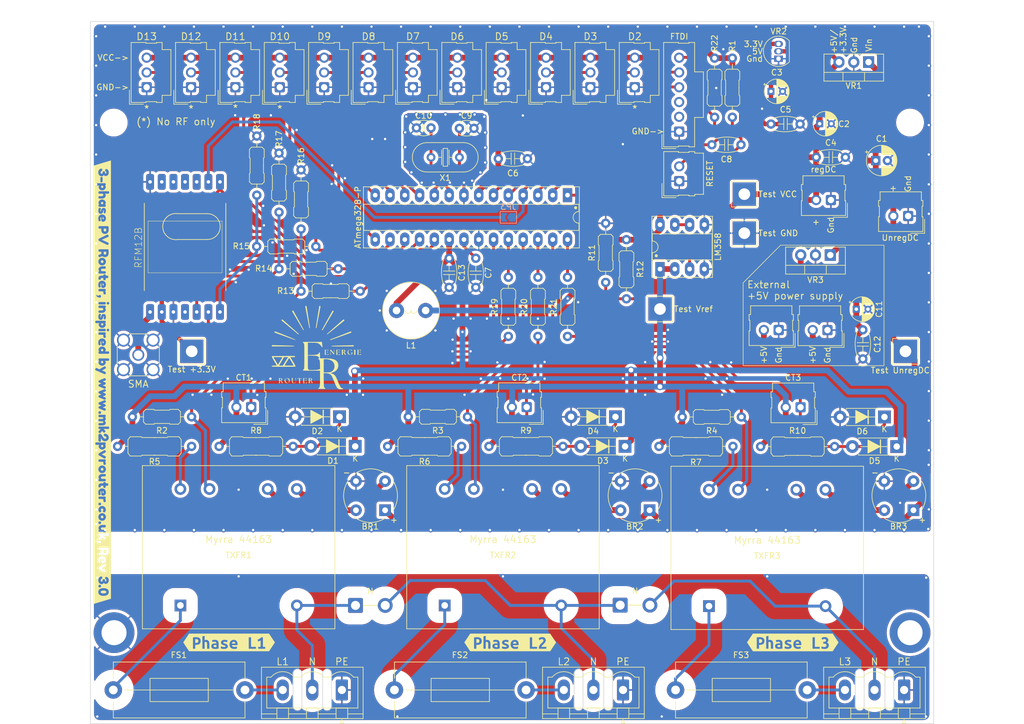
<source format=kicad_pcb>
(kicad_pcb (version 20221018) (generator pcbnew)
  (title_block (title "3 phase PV diverter - Main Board PCB") (date "2023-08-06") (rev "3") (company "Inspired by www.mk2pvrouter.co.uk"))
  (layers (0 "F.Cu" signal) (31 "B.Cu" signal) (34 "B.Paste" user) (35 "F.Paste" user) (36 "B.SilkS" user "B.Silkscreen") (37 "F.SilkS" user "F.Silkscreen") (38 "B.Mask" user) (39 "F.Mask" user) (44 "Edge.Cuts" user))
  (net 0 "")
  (net 1 "UnregDC+")
  (net 2 "Net-(BR1-Pad2)")
  (net 3 "Net-(BR1-Pad4)")
  (net 4 "Net-(BR2-Pad2)")
  (net 5 "Net-(BR2-Pad4)")
  (net 6 "VCC")
  (net 7 "GND")
  (net 8 "Net-(BR3-Pad2)")
  (net 9 "Net-(BR3-Pad4)")
  (net 10 "Net-(IC1-AREF)")
  (net 11 "Net-(J0-DTR)")
  (net 12 "Net-(CN9-Pad1)")
  (net 13 "VREF")
  (net 14 "Net-(IC1-PB6{slash}XTAL1{slash}TOSC1)")
  (net 15 "Net-(IC1-PB7{slash}XTAL2{slash}TOSC)")
  (net 16 "Net-(CT1-Pin_1)")
  (net 17 "Net-(FS1-Pad1)")
  (net 18 "Net-(CT2-Pin_1)")
  (net 19 "Net-(FS2-Pad1)")
  (net 20 "Net-(CT3-Pin_1)")
  (net 21 "Net-(FS3-Pad1)")
  (net 22 "Net-(PWR1-L)")
  (net 23 "RX")
  (net 24 "TX")
  (net 25 "/D2")
  (net 26 "/D3")
  (net 27 "/D4")
  (net 28 "/D5")
  (net 29 "/D6")
  (net 30 "/D7")
  (net 31 "/D8")
  (net 32 "/D9")
  (net 33 "/D10")
  (net 34 "/D11")
  (net 35 "/D12")
  (net 36 "/D13")
  (net 37 "A0")
  (net 38 "A1")
  (net 39 "A2")
  (net 40 "A3")
  (net 41 "A4")
  (net 42 "A5")
  (net 43 "Net-(PWR2-L)")
  (net 44 "Net-(PWR3-L)")
  (net 45 "Earth")
  (net 46 "Net-(R5-Pad1)")
  (net 47 "Net-(R6-Pad1)")
  (net 48 "Net-(R7-Pad1)")
  (net 49 "Net-(R13-Pad2)")
  (net 50 "Net-(R14-Pad2)")
  (net 51 "Net-(R15-Pad2)")
  (net 52 "Net-(IC2A-+)")
  (net 53 "Net-(IC2B--)")
  (net 57 "Net-(JP1-A)")
  (net 58 "Net-(JP1-B)")
  (net 59 "RESET")
  (net 60 "+5V")
  (net 61 "+3.3V")
  (net 62 "AVCC")
  (net 63 "Net-(JP2-B)")
  (net 64 "Net-(JP3-B)")
  (footprint "PCM_Fuse_AKL:Fuseholder_Cylinder-5x20mm_Stelvio-Kontek_PTF78_Horizontal_Open" (layer "F.Cu") (at 115.7 130.0875)
    (fp_text reference "FS3")
    (fp_text value "100mA" hide)
  )
  (footprint "Library:Molex_SL_171971-0006_1x06_P2.54mm_Vertical" (layer "F.Cu") (at 116.318596 34.163 90)
    (fp_text reference "J0" hide)
    (fp_text value "FTDI")
  )
  (footprint "PCM_Capacitor_THT_AKL:C_Disc_D4.7mm_W2.5mm_P5.00mm" (layer "F.Cu") (at 76.835 55.92 -90)
    (fp_text reference "C13")
    (fp_text value "100nF" hide)
  )
  (footprint "TestPoint:TestPoint_THTPad_4.0x4.0mm_Drill2.0mm" (layer "F.Cu") (at 127.508 51.6128)
    (fp_text reference "TP3" hide)
    (fp_text value "Test GND")
  )
  (footprint "Capacitor_THT:CP_Radial_D4.0mm_P2.00mm" (layer "F.Cu") (at 140.4439 32.8094)
    (fp_text reference "C2")
    (fp_text value "10uF")
  )
  (footprint "PCM_Resistor_THT_AKL:R_Axial_DIN0207_L6.3mm_D2.5mm_P10.16mm_Horizontal" (layer "F.Cu") (at 92.075 69.342 90)
    (fp_text reference "R20")
    (fp_text value "1K" hide)
  )
  (footprint "Library:Molex_SL_171971-0003_1x03_P2.54mm_Vertical" (layer "F.Cu") (at 93.464947 26.543 90)
    (fp_text reference "J4" hide)
    (fp_text value "D4")
  )
  (footprint "RF_Module:RFM12B" (layer "F.Cu") (at 31.496 53.975 -90)
    (fp_text reference "RF1" hide)
    (fp_text value "RFM12B")
  )
  (footprint "PCM_Package_DIP_AKL:DIP-28_W7.62mm_Socket_LongPads" (layer "F.Cu") (at 97.154995 45.085 -90)
    (fp_text reference "IC1" hide)
    (fp_text value "ATmega328-P")
  )
  (footprint "PCM_Fuse_AKL:Fuseholder_Cylinder-5x20mm_Stelvio-Kontek_PTF78_Horizontal_Open" (layer "F.Cu") (at 19.18 130.0875)
    (fp_text reference "FS1")
    (fp_text value "100mA" hide)
  )
  (footprint "PCM_Diode_THT_AKL:D_DO-41_SOD81_P7.62mm_Horizontal" (layer "F.Cu") (at 151.5618 83.185 180)
    (fp_text reference "D6")
    (fp_text value "1N4007" hide)
  )
  (footprint "MountingHole:MountingHole_4.3mm_M4_DIN965" (layer "F.Cu") (at 155.956 32.6136)
    (fp_text reference "REF**" hide)
    (fp_text value "MountingHole_4.3mm_M4_DIN965")
  )
  (footprint "PCM_Resistor_THT_AKL:R_Axial_DIN0207_L6.3mm_D2.5mm_P10.16mm_Horizontal" (layer "F.Cu") (at 125.4506 21.5392 -90)
    (fp_text reference "R1")
    (fp_text value "47K" hide)
  )
  (footprint "MountingHole:MountingHole_4.3mm_M4_ISO14580_Pad_TopBottom" (layer "F.Cu") (at 19.304 120.2436)
    (fp_text reference "REF**" hide)
    (fp_text value "MountingHole_4.3mm_M4_ISO14580_Pad_TopBottom")
  )
  (footprint "PCM_Fuse_AKL:Fuseholder_Cylinder-5x20mm_Stelvio-Kontek_PTF78_Horizontal_Open" (layer "F.Cu") (at 67.44 130.0875)
    (fp_text reference "FS2")
    (fp_text value "100mA" hide)
  )
  (footprint "PCM_Resistor_THT_AKL:R_Axial_DIN0309_L9.0mm_D3.2mm_P12.70mm_Horizontal" (layer "F.Cu") (at 78.9686 88.2396 180)
    (fp_text reference "R6")
    (fp_text value "1K" hide)
  )
  (footprint "Library:Molex_SL_171971-0003_1x03_P2.54mm_Vertical" (layer "F.Cu") (at 78.229181 26.543 90)
    (fp_text reference "J6" hide)
    (fp_text value "D6")
  )
  (footprint "TestPoint:TestPoint_THTPad_4.0x4.0mm_Drill2.0mm" (layer "F.Cu") (at 155.1686 71.9074)
    (fp_text reference "TP0" hide)
    (fp_text value "Test UnregDC")
  )
  (footprint "PCM_Capacitor_THT_AKL:C_Disc_D4.7mm_W2.5mm_P5.00mm" (layer "F.Cu") (at 147.8534 68.2136 -90)
    (fp_text reference "C12")
    (fp_text value "100nF" hide)
  )
  (footprint "PCM_Diode_THT_AKL:Diode_Bridge_Round_D9.0mm" (layer "F.Cu") (at 65.8368 99.2086 180)
    (fp_text reference "BR1")
    (fp_text value "B40R" hide)
  )
  (footprint "Library:Molex_SL_171971-0002_1x02_P2.54mm_Vertical" (layer "F.Cu") (at 141.7828 68.2632 180)
    (fp_text reference "J15" hide)
    (fp_text value "+5V")
  )
  (footprint "PCM_Resistor_THT_AKL:R_Axial_DIN0207_L6.3mm_D2.5mm_P10.16mm_Horizontal" (layer "F.Cu") (at 86.995 69.342 90)
    (fp_text reference "R19")
    (fp_text value "1K" hide)
  )
  (footprint "Package_TO_SOT_THT:TO-92_Inline" (layer "F.Cu") (at 133.3798 21.6408 90)
    (fp_text reference "VR2")
    (fp_text value "MCP1700-3302E_TO92")
  )
  (footprint "PCM_Resistor_THT_AKL:R_Axial_DIN0309_L9.0mm_D3.2mm_P12.70mm_Horizontal" (layer "F.Cu") (at 125.5522 88.2396 180)
    (fp_text reference "R7")
    (fp_text value "1K" hide)
  )
  (footprint "PCM_Crystal_AKL:Crystal_HC49-U_Vertical" (layer "F.Cu") (at 78.5992 38.5826 180)
    (fp_text reference "X1")
    (fp_text value "16MHz" hide)
  )
  (footprint "PCM_Resistor_THT_AKL:R_Axial_DIN0309_L9.0mm_D3.2mm_P12.70mm_Horizontal" (layer "F.Cu") (at 130.302 88.265)
    (fp_text reference "R10")
    (fp_text value "150" hide)
  )
  (footprint "MountingHole:MountingHole_4.3mm_M4_ISO14580_Pad_TopBottom" (layer "F.Cu") (at 155.956 120.2436)
    (fp_text reference "REF**" hide)
    (fp_text value "MountingHole_4.3mm_M4_ISO14580_Pad_TopBottom")
  )
  (footprint "MountingHole:MountingHole_4.3mm_M4_DIN965" (layer "F.Cu") (at 19.2532 32.6136)
    (fp_text reference "REF**" hide)
    (fp_text value "MountingHole_4.3mm_M4_DIN965")
  )
  (footprint "Library:Molex_SL_171971-0002_1x02_P2.54mm_Vertical" (layer "F.Cu") (at 90.1446 81.4916 180)
    (fp_text reference "CT2")
    (fp_text value "Conn_01x02" hide)
  )
  (footprint "PCM_Resistor_THT_AKL:R_Axial_DIN0207_L6.3mm_D2.5mm_P10.16mm_Horizontal" (layer "F.Cu") (at 127 83.185 180)
    (fp_text reference "R4")
    (fp_text value "180" hide)
  )
  (footprint "Library:Transformer_Myrra_44163" (layer "F.Cu") (at 121.4374 115.681801 90)
    (fp_text reference "TXFR3")
    (fp_text value "Myrra 44163")
  )
  (footprint "Library:Molex_SL_171971-0003_1x03_P2.54mm_Vertical" (layer "F.Cu") (at 40.139766 26.543 90)
    (fp_text reference "J11" hide)
    (fp_text value "D11")
  )
  (footprint "PCM_Resistor_THT_AKL:R_Axial_DIN0309_L9.0mm_D3.2mm_P12.70mm_Horizontal" (layer "F.Cu") (at 32.6136 88.2396 180)
    (fp_text reference "R5")
    (fp_text value "1K" hide)
  )
  (footprint "Package_TO_SOT_THT:TO-220-3_Vertical" (layer "F.Cu") (at 148.8357 22.225 180)
    (fp_text reference "VR1")
    (fp_text value "L7805")
  )
  (footprint "PCM_Capacitor_THT_AKL:C_Disc_D4.7mm_W2.5mm_P5.00mm" (layer "F.Cu") (at 90.2824 38.8112 180)
    (fp_text reference "C6")
    (fp_text value "100nF" hide)
  )
  (footprint "Library:Transformer_Myrra_44163" (layer "F.Cu") (at 76.073 115.5624 90)
    (fp_text reference "TXFR2")
    (fp_text value "Myrra 44163")
  )
  (footprint "Library:Molex_SL_171971-0003_1x03_P2.54mm_Vertical" (layer "F.Cu") (at 70.611298 26.543 90)
    (fp_text reference "J7" hide)
    (fp_text value "D7")
  )
  (footprint "kibuzzard-6431E749" (layer "F.Cu") (at 87.3125 121.92)
    (fp_text reference "kibuzzard-6431E749" hide)
    (fp_text value "G***" hide)
  )
  (footprint "PCM_Diode_THT_AKL:D_DO-41_SOD81_P7.62mm_Horizontal" (layer "F.Cu") (at 58.0136 83.1596 180)
    (fp_text reference "D2")
    (fp_text value "1N4007" hide)
  )
  (footprint "Library:Molex_SL_171971-0003_1x03_P2.54mm_Vertical" (layer "F.Cu") (at 47.757649 26.543 90)
    (fp_text reference "J10" hide)
    (fp_text value "D10")
  )
  (footprint "TestPoint:TestPoint_THTPad_4.0x4.0mm_Drill2.0mm" (layer "F.Cu") (at 32.639 71.9074)
    (fp_text reference "TP4" hide)
    (fp_text value "Test +3.3V")
  )
  (footprint "Connector_Phoenix_MSTB:PhoenixContact_MSTBVA_2,5_3-G-5,08_1x03_P5.08mm_Vertical" (layer "F.Cu") (at 58.42 130.0875 180)
    (fp_text reference "PWR1" hide)
    (fp_text value "Conn_01x03_Phase")
  )
  (footprint "Library:Molex_SL_171971-0003_1x03_P2.54mm_Vertical" (layer "F.Cu") (at 24.904 26.543 90)
    (fp_text reference "J13" hide)
    (fp_text value "D13")
  )
  (footprint "PCM_Resistor_THT_AKL:R_Axial_DIN0207_L6.3mm_D2.5mm_P10.16mm_Horizontal" (layer "F.Cu") (at 47.625 37.846 -90)
    (fp_text reference "R17")
    (fp_text value "10K" hide)
  )
  (footprint "PCM_Diode_THT_AKL:D_DO-41_SOD81_P7.62mm_Horizontal" (layer "F.Cu") (at 105.3846 83.1596 180)
    (fp_text reference "D4")
    (fp_text value "1N4007" hide)
  )
  (footprint "PCM_Capacitor_THT_AKL:C_Disc_D4.7mm_W2.5mm_P5.00mm" (layer "F.Cu") (at 81.407 60.92 90)
    (fp_text reference "C7")
    (fp_text value "100nF" hide)
  )
  (footprint "PCM_Resistor_THT_AKL:R_Axial_DIN0309_L9.0mm_D3.2mm_P12.70mm_Horizontal" (layer "F.Cu") (at 37.338 88.2396)
    (fp_text reference "R8")
    (fp_text value "150" hide)
  )
  (footprint "Library:Molex_SL_171971-0003_1x03_P2.54mm_Vertical" (layer "F.Cu") (at 55.375532 26.543 90)
    (fp_text reference "J9" hide)
    (fp_text value "D9")
  )
  (footprint "LOGO" (layer "F.Cu") (at 54.0258 71.501)
    (fp_text reference "G***" hide)
    (fp_text value "LOGO" hide)
  )
  (footprint "Library:Molex_SL_171971-0002_1x02_P2.54mm_Vertical" (layer "F.Cu") (at 133.4008 68.2512 180)
    (fp_text reference "J14" hide)
    (fp_text value "+5V")
  )
  (footprint "Capacitor_THT:CP_Radial_D4.0mm_P2.00mm" (layer "F.Cu") (at 146.728401 64.6684)
    (fp_text reference "C11")
    (fp_text value "10uF")
  )
  (footprint "Library:Molex_SL_171971-0002_1x02_P2.54mm_Vertical" (layer "F.Cu") (at 116.332 42.672 90)
    (fp_text reference "J1" hide)
    (fp_text value "RESET")
  )
  (footprint "PCM_Resistor_THT_AKL:R_Axial_DIN0207_L6.3mm_D2.5mm_P10.16mm_Horizontal" (layer "F.Cu") (at 43.815 34.925 -90)
    (fp_text reference "R18")
    (fp_text value "10K" hide)
  )
  (footprint "PCM_Resistor_THT_AKL:R_Axial_DIN0207_L6.3mm_D2.5mm_P10.16mm_Horizontal" (layer "F.Cu") (at 51.4096 40.7416 -90)
    (fp_text reference "R16")
    (fp_text value "10K" hide)
  )
  (footprint "Package_TO_SOT_THT:TO-220-3_Vertical" (layer "F.Cu") (at 142.2654 55.372 180)
    (fp_text reference "VR3")
    (fp_text value "L7805")
  )
  (footprint "Connector_Phoenix_MSTB:PhoenixContact_MSTBVA_2,5_3-G-5,08_1x03_P5.08mm_Vertical" (layer "F.Cu") (at 106.68 130.0875 180)
    (fp_text reference "PWR2" hide)
    (fp_text value "Conn_01x03_Phase")
  )
  (footprint "PCM_Capacitor_THT_AKL:C_Disc_D3.8mm_W2.6mm_P2.50mm" (layer "F.Cu") (at 71.2192 33.528)
    (fp_text reference "C10")
    (fp_text value "22pF" hide)
  )
  (footprint "TestPoint:TestPoint_THTPad_4.0x4.0mm_Drill2.0mm" (layer "F.Cu") (at 113.03 64.643)
    (fp_text reference "TP1" hide)
    (fp_text value "Test Vref")
  )
  (footprint "Connector_Phoenix_MSTB:PhoenixContact_MSTBVA_2,5_3-G-5,08_1x03_P5.08mm_Vertical" (layer "F.Cu") (at 154.94 130.0875 180)
    (fp_text reference "PWR3" hide)
    (fp_text value "Conn_01x03_Phase")
  )
  (footprint "TestPoint:TestPoint_THTPad_4.0x4.0mm_Drill2.0mm" (layer "F.Cu") (at 127.508 44.9072)
    (fp_text reference "TP2" hide)
    (fp_text value "Test VCC")
  )
  (footprint "PCM_Resistor_THT_AKL:R_Axial_DIN0309_L9.0mm_D3.2mm_P12.70mm_Horizontal" (layer "F.Cu") (at 83.6676 88.2396)
    (fp_text reference "R9")
    (fp_text value "150" hide)
  )
  (footprint "Library:Molex_SL_171971-0003_1x03_P2.54mm_Vertical" (layer "F.Cu") (at 108.700713 26.543 90)
    (fp_text reference "J2" hide)
    (fp_text value "D2")
  )
  (footprint "PCM_Resistor_THT_AKL:R_Axial_DIN0207_L6.3mm_D2.5mm_P10.16mm_Horizontal" (layer "F.Cu") (at 122.4026 21.5392 -90)
    (fp_text reference "R22")
    (fp_text value "1M" hide)
  )
  (footprint "PCM_Diode_THT_AKL:D_DO-41_SOD81_P7.62mm_Horizontal" (layer "F.Cu") (at 153.67 88.265 180)
    (fp_text reference "D5")
    (fp_text value "1N4007" hide)
  )
  (footprint "Library:SolderWire-0.75sqmm_1x02_P5.08mm_D1.25mm_OD2.3mm" (layer "F.Cu") (at 106.3429 115.5212)
    (fp_text reference "JP2" hide)
    (fp_text value "SolderJumper_2_Open")
  )
  (footprint "Library:Molex_SL_171971-0002_1x02_P2.54mm_Vertical" (layer "F.Cu") (at 142.3742 45.9158 180)
    (fp_text reference "J30" hide)
    (fp_text value "regDC")
  )
  (footprint "PCM_Diode_THT_AKL:D_DO-41_SOD81_P7.62mm_Horizontal" (layer "F.Cu") (at 60.706 88.2396 180)
    (fp_text reference "D1")
    (fp_text value "1N4007" hide)
  )
  (footprint "PCM_Package_DIP_AKL:DIP-8_W7.62mm_Socket_LongPads" (layer "F.Cu") (at 113.03 57.775 90)
    (fp_text reference "IC2" hide)
    (fp_text value "LM358")
  )
  (footprint "kibuzzard-6431E750" (layer "F.Cu") (at 135.8265 121.92)
    (fp_text reference "kibuzzard-6431E750" hide)
    (fp_text value "G***" hide)
  )
  (footprint "PCM_Capacitor_THT_AKL:C_Disc_D4.7mm_W2.5mm_P5.00mm" (layer "F.Cu") (at 139.8596 38.5752)
    (fp_text reference "C4")
    (fp_text value "100nF" hide)
  )
  (footprint "Library:Molex_SL_171971-0002_1x02_P2.54mm_Vertical" (layer "F.Cu") (at 155.6258 48.6664 180)
    (fp_text reference "J20" hide)
    (fp_text value "UnregDC")
  )
  (footprint "Library:Molex_SL_171971-0003_1x03_P2.54mm_Vertical" (layer "F.Cu") (at 101.08283 26.543 90)
    (fp_text reference "J3" hide)
    (fp_text value "D3")
  )
  (footprint "Library:Molex_SL_171971-0002_1x02_P2.54mm_Vertical" (layer "F.Cu") (at 137.16 81.517 180)
    (fp_text reference "CT3")
    (fp_text value "Conn_01x02" hide)
  )
  (footprint "PCM_Resistor_THT_AKL:R_Axial_DIN0207_L6.3mm_D2.5mm_P10.16mm_Horizontal" (layer "F.Cu") (at 57.785 57.7342 180)
    (fp_text reference "R14")
    (fp_text value "4,7K" hide)
  )
  (footprint "PCM_Resistor_THT_AKL:R_Axial_DIN0207_L6.3mm_D2.5mm_P10.16mm_Horizontal" (layer "F.Cu") (at 32.6136 83.1596 180)
    (fp_text reference "R2")
    (fp_text value "180" hide)
  )
  (footprint "Capacitor_THT:CP_Radial_D5.0mm_P2.00mm" (layer "F.Cu") (at 150.073288 39.1414)
    (fp_text reference "C1")
    (fp_text value "100uF")
  )
  (footprint "Library:Transformer_Myrra_44163" (layer "F.Cu") (at 30.690925 115.5624 90)
    (fp_text reference "TXFR1")
    (fp_text value "Myrra 44163")
  )
  (footprint "PCM_Resistor_THT_AKL:R_Axial_DIN0207_L6.3mm_D2.5mm_P10.16mm_Horizontal" (layer "F.Cu") (at 103.7082 60.071 90)
    (fp_text reference "R11")
    (fp_text value "10K" hide)
  )
  (footprint "Library:Molex_SL_171971-0003_1x03_P2.54mm_Vertical" (layer "F.Cu") (at 85.847064 26.543 90)
    (fp_text reference "J5" hide)
    (fp_text value "D5")
  )
  (footprint "Library:Molex_SL_171971-0003_1x03_P2.54mm_Vertical" (layer "F.Cu") (at 32.521883 26.543 90)
    (fp_text reference "J12" hide)
    (fp_text value "D12")
  )
  (footprint "PCM_Capacitor_THT_AKL:C_Disc_D4.7mm_W2.5mm_P5.00mm" (layer "F.Cu") (at 132.08 32.8676)
    (fp_text reference "C5")
    (fp_text value "100nF" hide)
  )
  (footprint "Capacitor_THT:CP_Radial_D4.0mm_P2.00mm" (layer "F.Cu") (at 132.08 27.2542)
    (fp_text reference "C3")
    (fp_text value "10uF")
  )
  (footprint "PCM_Diode_THT_AKL:Diode_Bridge_Round_D9.0mm" (layer "F.Cu") (at 156.5402 99.2086 180)
    (fp_text reference "BR3")
    (fp_text value "B40R" hide)
  )
  (footprint "PCM_Inductor_THT_AKL:L_Radial_D9.5mm_P5.00mm_Fastron_07HVP" (layer "F.Cu") (at 72.794253 64.897 180)
    (fp_text reference "L1")
    (fp_text value "10uH" hide)
  )
  (footprint "Library:SolderWire-0.75sqmm_1x02_P5.08mm_D1.25mm_OD2.3mm" (layer "F.Cu") (at 60.9023 115.5644)
    (fp_text reference "JP1" hide)
    (fp_text value "SolderJumper_2_Open")
  )
  (footprint "kibuzzard-64C01F08" (layer "F.Cu") (at 17.272 77.216 -90)
    (fp_text reference "kibuzzard-64C01F08" hide)
    (fp_text value "G***" hide)
  )
  (footprint "PCM_Resistor_THT_AKL:R_Axial_DIN0207_L6.3mm_D2.5mm_P10.16mm_Horizontal" (layer "F.Cu") (at 107.2642 52.7304 -90)
    (fp_text reference "R12")
    (fp_text value "10K" hide)
  )
  (footprint "Library:Molex_SL_171971-0003_1x03_P2.54mm_Vertical" (layer "F.Cu") (at 62.993415 26.543 90)
    (fp_text reference "J8" hide)
    (fp_text value "D8")
  )
  (footprint "PCM_Resistor_THT_AKL:R_Axial_DIN0207_L6.3mm_D2.5mm_P10.16mm_Horizontal" (layer "F.Cu") (at 61.5696 61.5696 180)
    (fp_text reference "R13")
    (fp_text value "4,7K" hide)
  )
  (footprint "PCM_Capacitor_THT_AKL:C_Disc_D3.8mm_W2.6mm_P2.50mm" (layer "F.Cu") (at 81.0992 33.6042 180)
    (fp_text reference "C9")
    (fp_text value "22pF" hide)
  )
  (footprint "Library:Molex_SL_171971-0002_1x02_P2.54mm_Vertical" (layer "F.Cu") (at 42.8498 81.4916 180)
    (fp_text reference "CT1")
    (fp_text value "Conn_01x02" hide)
  )
  (footprint "PCM_Capacitor_THT_AKL:C_Disc_D4.7mm_W2.5mm_P5.00mm" (layer "F.Cu") (at 126.9346 36.4236 180)
    (fp_text reference "C8")
    (fp_text value "100nF" hide)
  )
  (footprint "PCM_Diode_THT_AKL:Diode_Bridge_Round_D9.0mm" (layer "F.Cu") (at 111.2482 99.2086 180)
    (fp_text reference "BR2")
    (fp_text value "B40R" hide)
  )
  (footprint "Connector_Coaxial:SMA_Amphenol_132291-12_Vertical" (layer "F.Cu") (at 23.46452 72.517)
    (fp_text reference "CN9" hide)
    (fp_text value "SMA")
  )
  (footprint "kibuzzard-6431E73F" (layer "F.Cu") (at 39.0525 121.92)
    (fp_text reference "kibuzzard-6431E73F" hide)
    (fp_text value "G***" hide)
  )
  (footprint "PCM_Resistor_THT_AKL:R_Axial_DIN0207_L6.3mm_D2.5mm_P10.16mm_Horizontal" (layer "F.Cu") (at 79.9846 83.1596 180)
    (fp_text reference "R3")
    (fp_text value "180" hide)
  )
  (footprint "PCM_Resistor_THT_AKL:R_Axial_DIN0207_L6.3mm_D2.5mm_P10.16mm_Horizontal" (layer "F.Cu") (at 53.9496 53.8988 180)
    (fp_text reference "R15")
    (fp_text value "4,7K" hide)
  )
  (footprint "PCM_Diode_THT_AKL:D_DO-41_SOD81_P7.62mm_Horizontal" (layer "F.Cu") (at 107.0356 88.2396 180)
    (fp_text reference "D3")
    (fp_text value "1N4007" hide)
  )
  (footprint "PCM_Resistor_THT_AKL:R_Axial_DIN0207_L6.3mm_D2.5mm_P10.16mm_Horizontal" (layer "F.Cu") (at 97.155 69.342 90)
    (fp_text reference "R21")
    (fp_text value "1K" hide)
  )
  (footprint "Jumper:SolderJumper-2_P1.3mm_Open_TrianglePad1.0x1.5mm" (layer "B.Cu") (at 86.994995 48.895 180)
    (fp_text reference "JP3")
    (fp_text value "SolderJumper_2_Open")
  )
  (gr_line (start 107.5798 115.5192) (end 109.9166 115.5192) (stroke (width 0.15)) (layer "F.SilkS"))
  (gr_poly (pts (xy 151.4856 74.3712) (xy 127.3048 74.3712) (xy 127.3048 60.1472) (xy 133.731 53.6702) (xy 151.4856 53.6702)) (stroke (width 0.1)) (fill none) (layer "F.SilkS"))
  (gr_line (start 62.1392 115.57) (end 64.476 115.57) (stroke (width 0.15)) (layer "F.SilkS"))
  (gr_arc (start 153.162 132.842) (mid 152.4 133.604) (end 151.638 132.842) (stroke (width 0.1)) (layer "Edge.Cuts"))
  (gr_arc (start 56.642 132.842) (mid 55.88 133.604) (end 55.118 132.842) (stroke (width 0.1)) (layer "Edge.Cuts"))
  (gr_arc (start 51.562 132.842) (mid 50.8 133.604) (end 50.038 132.842) (stroke (width 0.1)) (layer "Edge.Cuts"))
  (gr_line (start 56.642 127.254) (end 56.642 132.842) (stroke (width 0.1)) (layer "Edge.Cuts"))
  (gr_line (start 55.118 127.254) (end 55.118 132.842) (stroke (width 0.1)) (layer "Edge.Cuts"))
  (gr_line (start 103.378 127.254) (end 103.378 132.842) (stroke (width 0.1)) (layer "Edge.Cuts"))
  (gr_arc (start 151.638 127.254) (mid 152.4 126.492) (end 153.162 127.254) (stroke (width 0.1)) (layer "Edge.Cuts"))
  (gr_arc (start 146.558 127.254) (mid 147.32 126.492) (end 148.082 127.254) (stroke (width 0.1)) (layer "Edge.Cuts"))
  (gr_arc (start 104.902 132.842) (mid 104.14 133.604) (end 103.378 132.842) (stroke (width 0.1)) (layer "Edge.Cuts"))
  (gr_arc (start 103.378 127.254) (mid 104.14 126.492) (end 104.902 127.254) (stroke (width 0.1)) (layer "Edge.Cuts"))
  (gr_line (start 98.298 127.254) (end 98.298 132.842) (stroke (width 0.1)) (layer "Edge.Cuts"))
  (gr_line (start 99.822 127.254) (end 99.822 132.842) (stroke (width 0.1)) (layer "Edge.Cuts"))
  (gr_line (start 153.162 127.254) (end 153.162 132.842) (stroke (width 0.1)) (layer "Edge.Cuts"))
  (gr_arc (start 99.822 132.842) (mid 99.06 133.604) (end 98.298 132.842) (stroke (width 0.1)) (layer "Edge.Cuts"))
  (gr_arc (start 98.298 127.254) (mid 99.06 126.492) (end 99.822 127.254) (stroke (width 0.1)) (layer "Edge.Cuts"))
  (gr_line (start 50.038 127.254) (end 50.038 132.842) (stroke (width 0.1)) (layer "Edge.Cuts"))
  (gr_line (start 104.902 127.254) (end 104.902 132.842) (stroke (width 0.1)) (layer "Edge.Cuts"))
  (gr_line (start 151.638 127.254) (end 151.638 132.842) (stroke (width 0.1)) (layer "Edge.Cuts"))
  (gr_arc (start 148.082 132.842) (mid 147.32 133.604) (end 146.558 132.842) (stroke (width 0.1)) (layer "Edge.Cuts"))
  (gr_arc (start 55.118 127.254) (mid 55.88 126.492) (end 56.642 127.254) (stroke (width 0.1)) (layer "Edge.Cuts"))
  (gr_line (start 148.082 127.254) (end 148.082 132.842) (stroke (width 0.1)) (layer "Edge.Cuts"))
  (gr_line (start 146.558 127.254) (end 146.558 132.842) (stroke (width 0.1)) (layer "Edge.Cuts"))
  (gr_line (start 51.562 127.254) (end 51.562 132.842) (stroke (width 0.1)) (layer "Edge.Cuts"))
  (gr_arc (start 50.038 127.254) (mid 50.8 126.492) (end 51.562 127.254) (stroke (width 0.1)) (layer "Edge.Cuts"))
  (gr_rect (start 15.24 15.24) (end 160.02 135.89) (stroke (width 0.1)) (fill none) (layer "Edge.Cuts"))
  (gr_text "VCC->" (at 19.145238 21.463) (layer "F.SilkS") (effects (font (size 1 1))))
  (gr_text "Gnd" (at 142.3572 50.2338 90) (layer "F.SilkS") (effects (font (size 1 1))))
  (gr_text "Gnd" (at 129.2686 21.643957) (layer "F.SilkS") (effects (font (size 1 1))))
  (gr_text "*" (at 32.521883 30.2768) (layer "F.SilkS") (effects (font (size 1.2 1.2))))
  (gr_text "3.3V" (at 129.054314 19.1262) (layer "F.SilkS") (effects (font (size 1 1))))
  (gr_text "GND->" (at 110.9472 34.1122) (layer "F.SilkS") (effects (font (size 1 1))))
  (gr_text "(*) No RF only" (at 29.9212 32.4612) (layer "F.SilkS") (effects (font (size 1.2 1.2))))
  (gr_text "Gnd" (at 155.6004 43.1038 90) (layer "F.SilkS") (effects (font (size 1 1))))
  (gr_text "Gnd" (at 146.3548 19.304 90) (layer "F.SilkS") (effects (font (size 1 1))))
  (gr_text "+" (at 139.8172 49.671538) (layer "F.SilkS") (effects (font (size 1 1))))
  (gr_text "*" (at 40.139766 30.1498) (layer "F.SilkS") (effects (font (size 1.2 1.2))))
  (gr_text "GND->" (at 19.05 26.543) (layer "F.SilkS") (effects (font (size 1 1))))
  (gr_text "*" (at 108.700713 30.2768) (layer "F.SilkS") (effects (font (size 1.2 1.2))))
  (gr_text "+5V/\n+3.3V" (at 143.6878 20.828 90) (layer "F.SilkS") (effects (font (size 1 1)) (justify left)))
  (gr_text "*" (at 47.757649 30.2768) (layer "F.SilkS") (effects (font (size 1.2 1.2))))
  (gr_text "Vin" (at 148.8948 19.304 90) (layer "F.SilkS") (effects (font (size 1 1))))
  (gr_text "Gnd" (at 141.7828 72.5678 90) (layer "F.SilkS") (effects (font (size 1 1))))
  (gr_text "Gnd" (at 133.4008 72.5678 90) (layer "F.SilkS") (effects (font (size 1 1))))
  (gr_text "+" (at 153.0604 43.8658) (layer "F.SilkS") (effects (font (size 1 1))))
  (gr_text "5V" (at 129.7686 20.3962) (layer "F.SilkS") (effects (font (size 1 1))))
  (gr_text "*" (at 24.904 30.2768) (layer "F.SilkS") (effects (font (size 1.2 1.2))))
  (gr_text "External\n+5V power supply" (at 127.9158 61.4172) (layer "F.SilkS") (effects (font (size 1.2 1.2)) (justify left)))
  (segment (start 153.0858 46.609) (end 153.0858 48.6664) (width 1) (layer "F.Cu") (net 1))
  (segment (start 150.073288 39.1414) (end 148.3614 39.1414) (width 1) (layer "F.Cu") (net 1))
  (segment (start 158.3902 97.3586) (end 158.3902 93.417) (width 1) (layer "F.Cu") (net 1))
  (segment (start 156.7434 91.7702) (end 156.7434 73.4822) (width 1) (layer "F.Cu") (net 1))
  (segment (start 109.3982 101.0586) (end 111.2482 99.2086) (width 1) (layer "F.Cu") (net 1))
  (segment (start 148.8357 22.225) (end 150.047888 23.437188) (width 1) (layer "F.Cu") (net 1))
  (segment (start 153.0858 69.8246) (end 155.1686 71.9074) (width 1) (layer "F.Cu") (net 1))
  (segment (start 148.3614 39.1414) (end 145.3642 42.1386) (width 1) (layer "F.Cu") (net 1))
  (segment (start 154.6902 101.0586) (end 156.5402 99.2086) (width 1) (layer "F.Cu") (net 1))
  (segment (start 150.073288 43.596488) (end 153.0858 46.609) (width 1) (layer "F.Cu") (net 1))
  (segment (start 113.0982 101.0586) (end 154.6902 101.0586) (width 1) (layer "F.Cu") (net 1))
  (segment (start 158.3902 93.417) (end 156.7434 91.7702) (width 1) (layer "F.Cu") (net 1))
  (segment (start 145.3642 52.2732) (end 142.2654 55.372) (width 1) (layer "F.Cu") (net 1))
  (segment (start 153.0858 48.6664) (end 153.0858 69.8246) (width 1) (layer "F.Cu") (net 1))
  (segment (start 67.6868 101.0586) (end 109.3982 101.0586) (width 1) (layer "F.Cu") (net 1))
  (segment (start 150.073288 39.1414) (end 150.073288 43.596488) (width 1) (layer "F.Cu") (net 1))
  (segment (start 156.7434 73.4822) (end 155.1686 71.9074) (width 1) (layer "F.Cu") (net 1))
  (segment (start 145.3642 42.1386) (end 145.3642 52.2732) (width 1) (layer "F.Cu") (net 1))
  (segment (start 111.2482 99.2086) (end 113.0982 101.0586) (width 1) (layer "F.Cu") (net 1))
  (segment (start 150.047888 23.437188) (end 150.047888 39.0906) (width 1) (layer "F.Cu") (net 1))
  (segment (start 65.8368 99.2086) (end 67.6868 101.0586) (width 1) (layer "F.Cu") (net 1))
  (segment (start 156.5402 99.2086) (end 158.3902 97.3586) (width 1) (layer "F.Cu") (net 1))
  (segment (start 63.477202 96.568198) (end 65.8368 94.2086) (width 1) (layer "F.Cu") (net 2))
  (segment (start 50.690926 95.562399) (end 51.696725 96.568198) (width 1) (layer "F.Cu") (net 2))
  (segment (start 51.696725 96.568198) (end 63.477202 96.568198) (width 1) (layer "F.Cu") (net 2))
  (segment (start 45.690926 95.562399) (end 49.337127 99.2086) (width 1) (layer "F.Cu") (net 3))
  (segment (start 49.337127 99.2086) (end 60.8368 99.2086) (width 1) (layer "F.Cu") (net 3))
  (segment (start 96.073001 95.562399) (end 97.0788 96.568198) (width 1) (layer "F.Cu") (net 4))
  (segment (start 97.0788 96.568198) (end 108.888602 96.568198) (width 1) (layer "F.Cu") (net 4))
  (segment (start 108.888602 96.568198) (end 111.2482 94.2086) (width 1) (layer "F.Cu") (net 4))
  (segment (start 106.2266 99.187) (end 106.2482 99.2086) (width 1) (layer "F.Cu") (net 5))
  (segment (start 91.073001 95.4278) (end 94.832201 99.187) (width 1) (layer "F.Cu") (net 5))
  (segment (start 94.832201 99.187) (end 106.2266 99.187) (width 1) (layer "F.Cu") (net 5))
  (segment (start 100.838 59.1566) (end 100.838 55.88) (width 1) (layer "F.Cu") (net 6))
  (segment (start 127.508 44.9072) (end 132.9182 44.9072) (width 1) (layer "F.Cu") (net 6))
  (segment (start 85.2824 32.8022) (end 88.6714 29.4132) (width 1) (layer "F.Cu") (net 6))
  (segment (start 138.5487 20.3708) (end 141.9015 20.3708) (width 0.75) (layer "F.Cu") (net 6))
  (segment (start 24.904 21.463) (end 32.521883 21.463) (width 1) (layer "F.Cu") (net 6))
  (segment (start 97.1804 62.8396) (end 97.1804 62.8142) (width 1) (layer "F.Cu") (net 6))
  (segment (start 122.3518 21.5392) (end 122.4026 21.5392) (width 1) (layer "F.Cu") (net 6))
  (segment (start 97.1804 62.8142) (end 100.838 59.1566) (width 1) (layer "F.Cu") (net 6))
  (segment (start 133.9342 45.9232) (end 133.9416 45.9158) (width 1) (layer "F.Cu") (net 6))
  (segment (start 139.8596 33.3937) (end 140.4439 32.8094) (width 1) (layer "F.Cu") (net 6))
  (segment (start 141.9015 20.3708) (end 143.7557 22.225) (width 0.75) (layer "F.Cu") (net 6))
  (segment (start 103.9876 52.7304) (end 107.2642 52.7304) (width 1) (layer "F.Cu") (net 6))
  (segment (start 40.139766 21.463) (end 47.757649 21.463) (width 1) (layer "F.Cu") (net 6))
  (segment (start 32.521883 21.463) (end 40.139766 21.463) (width 1) (layer "F.Cu") (net 6))
  (segment (start 125.2474 47.1678) (end 127.508 44.9072) (width 1) (layer "F.Cu") (net 6))
  (segment (start 114.046 18.542) (end 119.3546 18.542) (width 1) (layer "F.Cu") (net 6))
  (segment (start 85.2824 40.9556) (end 85.2824 38.8112) (width 1) (layer "F.Cu") (net 6))
  (segment (start 113.03 48.4124) (end 114.2746 47.1678) (width 1) (layer "F.Cu") (net 6))
  (segment (start 85.2824 38.8112) (end 85.2824 32.8022) (width 1) (layer "F.Cu") (net 6))
  (segment (start 108.700713 21.463) (end 111.125 21.463) (width 1) (layer "F.Cu") (net 6))
  (segment (start 127.1006 28.3454) (end 127.1006 32.287612) (width 1) (layer "F.Cu") (net 6))
  (segment (start 93.464947 21.463) (end 85.847064 21.463) (width 1) (layer "F.Cu") (net 6))
  (segment (start 47.757649 21.463) (end 55.375532 21.463) (width 1) (layer "F.Cu") (net 6))
  (segment (start 111.125 21.463) (end 114.046 18.542) (width 1) (layer "F.Cu") (net 6))
  (segment (start 81.915 45.085) (end 81.915 44.323) (width 1) (layer "F.Cu") (net 6))
  (segment (start 113.03 50.155) (end 113.03 48.4124) (width 1) (layer "F.Cu") (net 6))
  (segment (start 113.03 51.0286) (end 113.03 50.155) (width 1) (layer "F.Cu") (net 6))
  (segment (start 100.838 55.88) (end 103.9876 52.7304) (width 1) (layer "F.Cu") (net 6))
  (segment (start 88.6714 29.4132) (end 88.6714 24.4348) (width 1) (layer "F.Cu") (net 6))
  (segment (start 78.229181 21.463) (end 70.611298 21.463) (width 1) (layer "F.Cu") (net 6))
  (segment (start 91.6432 21.463) (end 93.464947 21.463) (width 1) (layer "F.Cu") (net 6))
  (segment (start 55.375532 21.463) (end 62.993415 21.463) (width 1) (layer "F.Cu") (net 6))
  (segment (start 139.8342 38.6006) (end 139.8596 38.5752) (width 1) (layer "F.Cu") (net 6))
  (segment (start 132.9182 44.9072) (end 133.9342 45.9232) (width 1) (layer "F.Cu") (net 6))
  (segment (start 81.915 44.323) (end 85.2824 40.9556) (width 1) (layer "F.Cu") (net 6))
  (segment (start 140.4439 25.5368) (end 143.7557 22.225) (width 1) (layer "F.Cu") (net 6))
  (segment (start 111.3282 52.7304) (end 113.03 51.0286) (width 1) (layer "F.Cu") (net 6))
  (segment (start 133.9416 45.9158) (end 139.8342 45.9158) (width 1) (layer "F.Cu") (net 6))
  (segment (start 107.2642 52.7304) (end 111.3282 52.7304) (width 1) (layer "F.Cu") (net 6))
  (segment (start 139.8342 45.9158) (end 139.8342 38.6006) (width 1) (layer "F.Cu") (net 6))
  (segment (start 125.4506 26.6954) (end 127.1006 28.3454) (width 1) (layer "F.Cu") (net 6))
  (segment (start 133.3798 20.3708) (end 138.5487 20.3708) (width 0.75) (layer "F.Cu") (net 6))
  (segment (start 85.847064 21.463) (end 78.229181 21.463) (width 1) (layer "F.Cu") (net 6))
  (segment (start 119.3546 18.542) (end 122.3518 21.5392) (width 1) (layer "F.Cu") (net 6))
  (segment (start 125.4506 21.5392) (end 122.4026 21.5392) (width 1) (layer "F.Cu") (net 6))
  (segment (start 127.1006 32.287612) (end 133.388188 38.5752) (width 1) (layer "F.Cu") (net 6))
  (segment (start 133.388188 38.5752) (end 139.8596 38.5752) (width 1) (layer "F.Cu") (net 6))
  (segment (start 139.8596 38.5752) (end 139.8596 33.3937) (width 1) (layer "F.Cu") (net 6))
  (segment (start 125.4506 21.5392) (end 125.4506 26.6954) (width 1) (layer "F.Cu") (net 6))
  (segment (start 70.611298 21.463) (end 62.993415 21.463) (width 1) (layer "F.Cu") (net 6))
  (segment (start 140.4439 32.8094) (end 140.4439 25.5368) (width 1) (layer "F.Cu") (net 6))
  (segment (start 88.6714 24.4348) (end 91.6432 21.463) (width 1) (layer "F.Cu") (net 6))
  (segment (start 108.700713 21.463) (end 101.08283 21.463) (width 1) (layer "F.Cu") (net 6))
  (segment (start 114.2746 47.1678) (end 125.2474 47.1678) (width 1) (layer "F.Cu") (net 6))
  (segment (start 101.08283 21.463) (end 93.464947 21.463) (width 1) (layer "F.Cu") (net 6))
  (via (at 97.1804 62.8396) (size 0.8) (drill 0.4) (layers "F.Cu" "B.Cu") (net 6))
  (segment (start 95.123 64.897) (end 72.794253 64.897) (width 1) (layer "B.Cu") (net 6))
  (segment (start 97.1804 62.8396) (end 95.123 64.897) (width 1) (layer "B.Cu") (net 6))
  (segment (start 69.2912 36.83) (end 69.2912 34.29) (width 0.5) (layer "F.Cu") (net 7))
  (segment (start 72.136 42.926) (end 70.358 41.148) (width 0.5) (layer "F.Cu") (net 7))
  (segment (start 80.4418 42.926) (end 80.772 42.5958) (width 0.5) (layer "F.Cu") (net 7))
  (segment (start 69.469 31.5722) (end 69.2912 31.75) (width 0.5) (layer "F.Cu") (net 7))
  (segment (start 69.469 31.5722) (end 69.7992 31.242) (width 0.5) (layer "F.Cu") (net 7))
  (segment (start 78.697664 31.242) (end 81.19533 31.242) (width 0.5) (layer "F.Cu") (net 7))
  (segment (start 83.0072 36.897732) (end 83.0072 34.323866) (width 0.5) (layer "F.Cu") (net 7))
  (segment (start 69.2912 40.0812) (end 70.358 41.148) (width 0.5) (layer "F.Cu") (net 7))
  (segment (start 69.7992 31.242) (end 71.204666 31.242) (width 0.5) (layer "F.Cu") (net 7))
  (segment (start 69.2912 39.37) (end 69.2912 36.83) (width 0.5) (layer "F.Cu") (net 7))
  (segment (start 71.204666 31.242) (end 73.702332 31.242) (width 0.5) (layer "F.Cu") (net 7))
  (segment (start 79.375 42.926) (end 80.4418 42.926) (width 0.5) (layer "F.Cu") (net 7))
  (segment (start 69.2912 31.75) (end 69.2912 34.29) (width 0.5) (layer "F.Cu") (net 7))
  (segment (start 79.375 42.926) (end 79.375 45.085) (width 0.5) (layer "F.Cu") (net 7))
  (segment (start 83.0072 31.75) (end 82.8548 31.5976) (width 0.5) (layer "F.Cu") (net 7))
  (segment (start 73.702332 31.242) (end 76.199998 31.242) (width 0.5) (layer "F.Cu") (net 7))
  (segment (start 76.199998 31.242) (end 78.697664 31.242) (width 0.5) (layer "F.Cu") (net 7))
  (segment (start 74.168 42.926) (end 72.136 42.926) (width 0.5) (layer "F.Cu") (net 7))
  (segment (start 83.0072 40.3606) (end 83.0072 39.4716) (width 0.5) (layer "F.Cu") (net 7))
  (segment (start 81.19533 31.242) (end 82.4992 31.242) (width 0.5) (layer "F.Cu") (net 7))
  (segment (start 82.4992 31.242) (end 82.8548 31.5976) (width 0.5) (layer "F.Cu") (net 7))
  (segment (start 83.0072 34.323866) (end 83.0072 31.75) (width 0.5) (layer "F.Cu") (net 7))
  (segment (start 69.2912 39.37) (end 69.2912 40.0812) (width 0.5) (layer "F.Cu") (net 7))
  (segment (start 76.962 42.926) (end 79.375 42.926) (width 0.5) (layer "F.Cu") (net 7))
  (segment (start 82.1944 41.1734) (end 83.0072 40.3606) (width 0.5) (layer "F.Cu") (net 7))
  (segment (start 83.0072 39.4716) (end 83.0072 36.897732) (width 0.5) (layer "F.Cu") (net 7))
  (segment (start 80.772 42.5958) (end 82.1944 41.1734) (width 0.5) (layer "F.Cu") (net 7))
  (via (at 104.14 16.129) (size 0.8) (drill 0.4) (layers "F.Cu" "B.Cu") (net 7))
  (via (at 124.46 102.616) (size 0.8) (drill 0.4) (layers "F.Cu" "B.Cu") (net 7))
  (via (at 82.8548 31.5976) (size 0.8) (drill 0.4) (layers "F.Cu" "B.Cu") (net 7))
  (via (at 114.3 16.129) (size 0.8) (drill 0.4) (layers "F.Cu" "B.Cu") (net 7))
  (via (at 58.42 16.129) (size 0.8) (drill 0.4) (layers "F.Cu" "B.Cu") (net 7))
  (via (at 114.3 102.616) (size 0.8) (drill 0.4) (layers "F.Cu" "B.Cu") (net 7))
  (via (at 93.98 16.129) (size 0.8) (drill 0.4) (layers "F.Cu" "B.Cu") (net 7))
  (via (at 93.218 73.7362) (size 0.8) (drill 0.4) (layers "F.Cu" "B.Cu") (net 7))
  (via (at 79.4766 79.375) (size 0.8) (drill 0.4) (layers "F.Cu" "B.Cu") (net 7))
  (via (at 144.78 102.616) (size 0.8) (drill 0.4) (layers "F.Cu" "B.Cu") (net 7))
  (via (at 56.6674 43.1546) (size 0.8) (drill 0.4) (layers "F.Cu" "B.Cu") (net 7))
  (via (at 43.18 16.129) (size 0.8) (drill 0.4) (layers "F.Cu" "B.Cu") (net 7))
  (via (at 64.9224 64.897) (size 0.8) (drill 0.4) (layers "F.Cu" "B.Cu") (net 7))
  (via (at 46.1518 76.6064) (size 0.8) (drill 0.4) (layers "F.Cu" "B.Cu") (net 7))
  (via (at 72.136 42.926) (size 0.8) (drill 0.4) (layers "F.Cu" "B.Cu") (net 7))
  (via (at 38.1 16.129) (size 0.8) (drill 0.4) (layers "F.Cu" "B.Cu") (net 7))
  (via (at 17.78 16.129) (size 0.8) (drill 0.4) (layers "F.Cu" "B.Cu") (net 7))
  (via (at 66.1162 61.5188) (size 0.8) (drill 0.4) (layers "F.Cu" "B.Cu") (net 7))
  (via (at 50.6476 33.8836) (size 0.8) (drill 0.4) (layers "F.Cu" "B.Cu") (net 7))
  (via (at 154.94 102.616) (size 0.8) (drill 0.4) (layers "F.Cu" "B.Cu") (net 7))
  (via (at 99.06 102.616) (size 0.8) (drill 0.4) (layers "F.Cu" "B.Cu") (net 7))
  (via (at 106.6546 36.322) (size 0.8) (drill 0.4) (layers "F.Cu" "B.Cu") (net 7))
  (via (at 38.8366 76.6064) (size 0.8) (drill 0.4) (layers "F.Cu" "B.Cu") (net 7))
  (via (at 83.82 16.129) (size 0.8) (drill 0.4) (layers "F.Cu" "B.Cu") (net 7))
  (via (at 149.86 102.616) (size 0.8) (drill 0.4) (layers "F.Cu" "B.Cu") (net 7))
  (via (at 65.8368 35.433) (size 0.8) (drill 0.4) (layers "F.Cu" "B.Cu") (net 7))
  (via (at 16.2306 73.6854) (size 0.8) (drill 0.4) (layers "F.Cu" "B.Cu") (net 7))
  (via (at 46.228 31.369) (size 0.8) (drill 0.4) (layers "F.Cu" "B.Cu") (net 7))
  (via (at 77.597 66.294) (size 0.8) (drill 0.4) (layers "F.Cu" "B.Cu") (net 7))
  (via (at 159.1818 73.66) (size 0.8) (drill 0.4) (layers "F.Cu" "B.Cu") (net 7))
  (via (at 68.58 16.129) (size 0.8) (drill 0.4) (layers "F.Cu" "B.Cu") (net 7))
  (via (at 110.49 73.7616) (size 0.8) (drill 0.4) (layers "F.Cu" "B.Cu") (net 7))
  (via (at 139.7 102.616) (size 0.8) (drill 0.4) (layers "F.Cu" "B.Cu") (net 7))
  (via (at 88.9 16.129) (size 0.8) (drill 0.4) (layers "F.Cu" "B.Cu") (net 7))
  (via (at 83.312 66.294) (size 0.8) (drill 0.4) (layers "F.Cu" "B.Cu") (net 7))
  (via (at 56.7436 39.9542) (size 0.8) (drill 0.4) (layers "F.Cu" "B.Cu") (net 7))
  (via (at 16.2306 83.8708) (size 0.8) (drill 0.4) (layers "F.Cu" "B.Cu") (net 7))
  (via (at 16.2306 78.7908) (size 0.8) (drill 0.4) (layers "F.Cu" "B.Cu") (net 7))
  (via (at 16.2306 53.3908) (size 0.8) (drill 0.4) (layers "F.Cu" "B.Cu") (net 7))
  (via (at 73.702332 31.242) (size 0.8) (drill 0.4) (layers "F.Cu" "B.Cu") (net 7))
  (via (at 63.627 35.433) (size 0.8) (drill 0.4) (layers "F.Cu" "B.Cu") (net 7))
  (via (at 39.2176 57.8612) (size 0.8) (drill 0.4) (layers "F.Cu" "B.Cu") (net 7))
  (via (at 46.5074 53.213) (size 0.8) (drill 0.4) (layers "F.Cu" "B.Cu") (net 7))
  (via (at 27.94 16.129) (size 0.8) (drill 0.4) (layers "F.Cu" "B.Cu") (net 7))
  (via (at 83.0072 34.323866) (size 0.8) (drill 0.4) (layers "F.Cu" "B.Cu") (net 7))
  (via (at 16.2306 22.8346) (size 0.8) (drill 0.4) (layers "F.Cu" "B.Cu") (net 7))
  (via (at 154.2542 97.9424) (size 0.8) (drill 0.4) (layers "F.Cu" "B.Cu") (net 7))
  (via (at 77.3938 73.914) (size 0.8) (drill 0.4) (layers "F.Cu" "B.Cu") (net 7))
  (via (at 144.78 16.129) (size 0.8) (drill 0.4) (layers "F.Cu" "B.Cu") (net 7))
  (via (at 53.34 102.616) (size 0.8) (drill 0.4) (layers "F.Cu" "B.Cu") (net 7))
  (via (at 149.86 16.129) (size 0.8) (drill 0.4) (layers "F.Cu" "B.Cu") (net 7))
  (via (at 82.1944 41.1734) (size 0.8) (drill 0.4) (layers "F.Cu" "B.Cu") (net 7))
  (via (at 114.4016 68.2244) (size 0.8) (drill 0.4) (layers "F.Cu" "B.Cu") (net 7))
  (via (at 159.1818 58.4454) (size 0.8) (drill 0.4) (layers "F.Cu" "B.Cu") (net 7))
  (via (at 56.5404 60.2742) (size 0.8) (drill 0.4) (layers "F.Cu" "B.Cu") (net 7))
  (via (at 159.1818 48.2854) (size 0.8) (drill 0.4) (layers "F.Cu" "B.Cu") (net 7))
  (via (at 53.34 16.129) (size 0.8) (drill 0.4) (layers "F.Cu" "B.Cu") (net 7))
  (via (at 16.2306 48.2854) (size 0.8) (drill 0.4) (layers "F.Cu" "B.Cu") (net 7))
  (via (at 16.2306 43.2308) (size 0.8) (drill 0.4) (layers "F.Cu" "B.Cu") (net 7))
  (via (at 134.62 16.129) (size 0.8) (drill 0.4) (layers "F.Cu" "B.Cu") (net 7))
  (via (at 66.1162 68.326) (size 0.8) (drill 0.4) (layers "F.Cu" "B.Cu") (net 7))
  (via (at 80.518 66.294) (size 0.8) (drill 0.4) (layers "F.Cu" "B.Cu") (net 7))
  (via (at 58.42 102.616) (size 0.8) (drill 0.4) (layers "F.Cu" "B.Cu") (net 7))
  (via (at 16.2306 101.6) (size 0.8) (drill 0.4) (layers "F.Cu" "B.Cu") (net 7))
  (via (at 33.02 16.129) (size 0.8) (drill 0.4) (layers "F.Cu" "B.Cu") (net 7))
  (via (at 90.2716 76.581) (size 0.8) (drill 0.4) (layers "F.Cu" "B.Cu") (net 7))
  (via (at 85.1154 73.8124) (size 0.8) (drill 0.4) (layers "F.Cu" "B.Cu") (net 7))
  (via (at 71.204666 31.242) (size 0.8) (drill 0.4) (layers "F.Cu" "B.Cu") (net 7))
  (via (at 17.78 102.616) (size 0.8) (drill 0.4) (layers "F.Cu" "B.Cu") (net 7))
  (via (at 74.4728 61.5188) (size 0.8) (drill 0.4) (layers "F.Cu" "B.Cu") (net 7))
  (via (at 78.74 102.616) (size 0.8) (drill 0.4) (layers "F.Cu" "B.Cu") (net 7))
  (via (at 77.3938 71.9074) (size 0.8) (drill 0.4) (layers "F.Cu" "B.Cu") (net 7))
  (via (at 73.66 16.129) (size 0.8) (drill 0.4) (layers "F.Cu" "B.Cu") (net 7))
  (via (at 124.46 16.129) (size 0.8) (drill 0.4) (layers "F.Cu" "B.Cu") (net 7))
  (via (at 86.073 95.6818) (size 0.8) (drill 0.4) (layers "F.Cu" "B.Cu") (net 7))
  (via (at 69.2912 36.83) (size 0.8) (drill 0.4) (layers "F.Cu" "B.Cu") (net 7))
  (via (at 43.18 102.616) (size 0.8) (drill 0.4) (layers "F.Cu" "B.Cu") (net 7))
  (via (at 16.2306 99.06) (size 0.8) (drill 0.4) (layers "F.Cu" "B.Cu") (net 7))
  (via (at 79.375 42.926) (size 0.8) (drill 0.4) (layers "F.Cu" "B.Cu") (net 7))
  (via (at 121.666 73.7616) (size 0.8) (drill 0.4) (layers "F.Cu" "B.Cu") (net 7))
  (via (at 76.199998 31.242) (size 0.8) (drill 0.4) (layers "F.Cu" "B.Cu") (net 7))
  (via (at 159.1818 78.74) (size 0.8) (drill 0.4) (layers "F.Cu" "B.Cu") (net 7))
  (via (at 81.19533 31.242) (size 0.8) (drill 0.4) (layers "F.Cu" "B.Cu") (net 7))
  (via (at 16.2306 88.9254) (size 0.8) (drill 0.4) (layers "F.Cu" "B.Cu") (net 7))
  (via (at 32.7914 79.375) (size 0.8) (drill 0.4) (layers "F.Cu" "B.Cu") (net 7))
  (via (at 48.26 16.129) (size 0.8) (drill 0.4) (layers "F.Cu" "B.Cu") (net 7))
  (via (at 109.22 16.129) (size 0.8) (drill 0.4) (layers "F.Cu" "B.Cu") (net 7))
  (via (at 82.2706 76.6064) (size 0.8) (drill 0.4) (layers "F.Cu" "B.Cu") (net 7))
  (via (at 80.772 42.5958) (size 0.8) (drill 0.4) (layers "F.Cu" "B.Cu") (net 7))
  (via (at 130.556 30.226) (size 0.8) (drill 0.4) (layers "F.Cu" "B.Cu") (net 7))
  (via (at 69.2912 34.29) (size 0.8) (drill 0.4) (layers "F.Cu" "B.Cu") (net 7))
  (via (at 50.1396 58.5978) (size 0.8) (drill 0.4) (layers "F.Cu" "B.Cu") (net 7))
  (via (at 49.022 55.499) (size 0.8) (drill 0.4) (layers "F.Cu" "B.Cu") (net 7))
  (via (at 45.0342 50.2666) (size 0.8) (drill 0.4) (layers "F.Cu" "B.Cu") (net 7))
  (via (at 16.2306 68.6308) (size 0.8) (drill 0.4) (layers "F.Cu" "B.Cu") (net 7))
  (via (at 159.1818 63.5) (size 0.8) (drill 0.4) (layers "F.Cu" "B.Cu") (net 7))
  (via (at 159.1818 22.8346) (size 0.8) (drill 0.4) (layers "F.Cu" "B.Cu") (net 7))
  (via (at 44.9072 46.9138) (size 0.8) (drill 0.4) (layers "F.Cu" "B.Cu") (net 7))
  (via (at 85.598 76.5556) (size 0.8) (drill 0.4) (layers "F.Cu" "B.Cu") (net 7))
  (via (at 22.86 102.616) (size 0.8) (drill 0.4) (layers "F.Cu" "B.Cu") (net 7))
  (via (at 131.4374 95.6818) (size 0.8) (drill 0.4) (layers "F.Cu" "B.Cu") (net 7))
  (via (at 74.4728 68.326) (size 0.8) (drill 0.4) (layers "F.Cu" "B.Cu") (net 7))
  (via (at 27.94 102.616) (size 0.8) (drill 0.4) (layers "F.Cu" "B.Cu") (net 7))
  (via (at 63.5 102.616) (size 0.8) (drill 0.4) (layers "F.Cu" "B.Cu") (net 7))
  (via (at 93.98 102.616) (size 0.8) (drill 0.4) (layers "F.Cu" "B.Cu") (net 7))
  (via (at 119.38 102.616) (size 0.8) (drill 0.4) (layers "F.Cu" "B.Cu") (net 7))
  (via (at 83.82 102.616) (size 0.8) (drill 0.4) (layers "F.Cu" "B.Cu") (net 7))
  (via (at 80.518 71.9074) (size 0.8) (drill 0.4) (layers "F.Cu" "B.Cu") (net 7))
  (via (at 125.2474 73.8124) (size 0.8) (drill 0.4) (layers "F.Cu" "B.Cu") (net 7))
  (via (at 109.22 102.616) (size 0.8) (drill 0.4) (layers "F.Cu" "B.Cu") (net 7))
  (via (at 154.94 16.129) (size 0.8) (drill 0.4) (layers "F.Cu" "B.Cu") (net 7))
  (via (at 91.2368 79.3242) (size 0.8) (drill 0.4) (layers "F.Cu" "B.Cu") (net 7))
  (via (at 22.86 16.129) (size 0.8) (drill 0.4) (layers "F.Cu" "B.Cu") (net 7))
  (via (at 40.690925 95.6818) (size 0.8) (drill 0.4) (layers "F.Cu" "B.Cu") (net 7))
  (via (at 16.2306 94.0054) (size 0.8) (drill 0.4) (layers "F.Cu" "B.Cu") (net 7))
  (via (at 134.62 102.616) (size 0.8) (drill 0.4) (layers "F.Cu" "B.Cu") (net 7))
  (via (at 16.2306 38.1) (size 0.8) (drill 0.4) (layers "F.Cu" "B.Cu") (net 7))
  (via (at 119.38 16.129) (size 0.8) (drill 0.4) (layers "F.Cu" "B.Cu") (net 7))
  (via (at 120.8532 76.581) (size 0.8) (drill 0.4) (layers "F.Cu" "B.Cu") (net 7))
  (via (at 42.418 57.8866) (size 0.8) (drill 0.4) (layers "F.Cu" "B.Cu") (net 7))
  (via (at 122.682 26.67) (size 0.8) (drill 0.4) (layers "F.Cu" "B.Cu") (net 7))
  (via (at 62.0522 79.375) (size 0.8) (drill 0.4) (layers "F.Cu" "B.Cu") (net 7))
  (via (at 124.5108 76.581) (size 0.8) (drill 0.4) (layers "F.Cu" "B.Cu") (net 7))
  (via (at 159.1818 99.06) (size 0.8) (drill 0.4) (layers "F.Cu" "B.Cu") (net 7))
  (via (at 52.3494 54.5338) (size 0.8) (drill 0.4) (layers "F.Cu" "B.Cu") (net 7))
  (via (at 114.4016 70.231) (size 0.8) (drill 0.4) (layers "F.Cu" "B.Cu") (net 7))
  (via (at 63.5 16.129) (size 0.8) (drill 0.4) (layers "F.Cu" "B.Cu") (net 7))
  (via (at 42.926 76.581) (size 0.8) (drill 0.4) (layers "F.Cu" "B.Cu") (net 7))
  (via (at 92.075 66.294) (size 0.8) (drill 0.4) (layers "F.Cu" "B.Cu") (net 7))
  (via (at 16.2306 58.4454) (size 0.8) (drill 0.4) (layers "F.Cu" "B.Cu") (net 7))
  (via (at 78.697664 31.242) (size 0.8) (drill 0.4) (layers "F.Cu" "B.Cu") (net 7))
  (via (at 129.54 102.616) (size 0.8) (drill 0.4) (layers "F.Cu" "B.Cu") (net 7))
  (via (at 16.2306 33.0454) (size 0.8) (drill 0.4) (layers "F.Cu" "B.Cu") (net 7))
  (via (at 89.4842 31.3944) (size 0.8) (drill 0.4) (layers "F.Cu" "B.Cu") (net 7))
  (via (at 38.1 102.616) (size 0.8) (drill 0.4) (layers "F.Cu" "B.Cu") (net 7))
  (via (at 83.2104 28.7528) (size 0.8) (drill 0.4) (layers "F.Cu" "B.Cu") (net 7))
  (via (at 93.218 76.6064) (size 0.8) (drill 0.4) (layers "F.Cu" "B.Cu") (net 7))
  (via (at 159.1818 68.6054) (size 0.8) (drill 0.4) (layers "F.Cu" "B.Cu") (net 7))
  (via (at 159.1818 88.9) (size 0.8) (drill 0.4) (layers "F.Cu" "B.Cu") (net 7))
  (via (at 68.58 102.616) (size 0.8) (drill 0.4) (layers "F.Cu" "B.Cu") (net 7))
  (via (at 159.0802 102.4382) (size 0.8) (drill 0.4) (layers "F.Cu" "B.Cu") (net 7))
  (via (at 73.66 102.616) (size 0.8) (drill 0.4) (layers "F.Cu" "B.Cu") (net 7))
  (via (at 99.06 16.129) (size 0.8) (drill 0.4) (layers "F.Cu" "B.Cu") (net 7))
  (via (at 40.097102 31.355528) (size 0.8) (drill 0.4) (layers "F.Cu" "B.Cu") (net 7))
  (via (at 159.1818 43.2308) (size 0.8) (drill 0.4) (layers "F.Cu" "B.Cu") (net 7))
  (via (at 70.358 41.148) (size 0.8) (drill 0.4) (layers "F.Cu" "B.Cu") (net 7))
  (via (at 83.0072 39.4716) (size 0.8) (drill 0.4) (layers "F.Cu" "B.Cu") (net 7))
  (via (at 16.2306 17.78) (size 0.8) (drill 0.4) (layers "F.Cu" "B.Cu") (net 7))
  (via (at 40.2082 60.0456) (size 0.8) (drill 0.4) (layers "F.Cu" "B.Cu") (net 7))
  (via (at 83.0072 36.897732) (size 0.8) (drill 0.4) (layers "F.Cu" "B.Cu") (net 7))
  (via (at 16.2306 27.94) (size 0.8) (drill 0.4) (layers "F.Cu" "B.Cu") (net 7))
  (via (at 111.6838 70.231) (size 0.8) (drill 0.4) (layers "F.Cu" "B.Cu") (net 7))
  (via (at 86.995 66.294) (size 0.8) (drill 0.4) (layers "F.Cu" "B.Cu") (net 7))
  (via (at 77.4192 69.9008) (size 0.8) (drill 0.4) (layers "F.Cu" "B.Cu") (net 7))
  (via (at 110.49 79.375) (size 0.8) (drill 0.4) (layers "F.Cu" "B.Cu") (net 7))
  (via (at 48.26 102.616) (size 0.8) (drill 0.4) (layers "F.Cu" "B.Cu") (net 7))
  (via (at 69.469 31.5722) (size 0.8) (drill 0.4) (layers "F.Cu" "B.Cu") (net 7))
  (via (at 123.698 79.375) (size 0.8) (drill 0.4) (layers "F.Cu" "B.Cu") (net 7))
  (via (at 157.48 16.129) (size 0.8) (drill 0.4) (layers "F.Cu" "B.Cu") (net 7))
  (via (at 33.02 102.616) (size 0.8) (drill 0.4) (layers "F.Cu" "B.Cu") (net 7))
  (via (at 110.49 76.5683) (size 0.8) (drill 0.4) (layers "F.Cu" "B.Cu") (net 7))
  (via (at 159.1818 83.82) (size 0.8) (drill 0.4) (layers "F.Cu" "B.Cu") (net 7))
  (via (at 88.9 102.616) (size 0.8) (drill 0.4) (layers "F.Cu" "B.Cu") (net 7))
  (via (at 104.14 102.616) (size 0.8) (drill 0.4) (layers "F.Cu" "B.Cu") (net 7))
  (via (at 58.9534 42.164) (size 0.8) (drill 0.4) (layers "F.Cu" "B.Cu") (net 7))
  (via (at 159.1818 27.94) (size 0.8) (drill 0.4) (layers "F.Cu" "B.Cu") (net 7))
  (via (at 139.7 16.129) (size 0.8) (drill 0.4) (layers "F.Cu" "B.Cu") (net 7))
  (via (at 106.6546 76.581) (size 0.8) (drill 0.4) (layers "F.Cu" "B.Cu") (net 7))
  (via (at 69.2912 39.37) (size 0.8) (drill 0.4) (layers "F.Cu" "B.Cu") (net 7))
  (via (at 78.74 16.129) (size 0.8) (drill 0.4) (layers "F.Cu" "B.Cu") (net 7))
  (via (at 98.9838 63.4746) (size 0.8) (drill 0.4) (layers "F.Cu" "B.Cu") (net 7))
  (via (at 159.1818 38.1) (size 0.8) (drill 0.4) (layers "F.Cu" "B.Cu") (net 7))
  (via (at 36.0172 79.375) (size 0.8) (drill 0.4) (layers "F.Cu" "B.Cu") (net 7))
  (via (at 129.54 16.129) (size 0.8) (drill 0.4) (layers "F.Cu" "B.Cu") (net 7))
  (via (at 43.8912 79.4004) (size 0.8) (drill 0.4) (layers "F.Cu" "B.Cu") (net 7))
  (via (at 159.1818 17.78) (size 0.8) (drill 0.4) (layers "F.Cu" "B.Cu") (net 7))
  (via (at 74.168 42.926) (size 0.8) (drill 0.4) (layers "F.Cu" "B.Cu") (net 7))
  (via (at 159.1818 53.3908) (size 0.8) (drill 0.4) (layers "F.Cu" "B.Cu") (net 7))
  (via (at 123.9012 20.0152) (size 0.8) (drill 0.4) (layers "F.Cu" "B.Cu") (net 7))
  (via (at 16.2306 63.5) (size 0.8) (drill 0.4) (layers "F.Cu" "B.Cu") (net 7))
  (via (at 159.1818 33.0454) (size 0.8) (drill 0.4) (layers "F.Cu" "B.Cu") (net 7))
  (via (at 59.2582 79.375) (size 0.8) (drill 0.4) (layers "F.Cu" "B.Cu") (net 7))
  (via (at 76.962 42.926) (size 0.8) (drill 0.4) (layers "F.Cu" "B.Cu") (net 7))
  (via (at 62.0776 76.581) (size 0.8) (drill 0.4) (layers "F.Cu" "B.Cu") (net 7))
  (via (at 159.1564 91.4146) (size 0.8) (drill 0.4) (layers "F.Cu" "B.Cu") (net 7))
  (segment (start 142.402601 96.647) (end 154.1018 96.647) (width 1) (layer "F.Cu") (net 8))
  (segment (start 154.1018 96.647) (end 156.5402 94.2086) (width 1) (layer "F.Cu") (net 8))
  (segment (start 141.437401 95.6818) (end 142.402601 96.647) (width 1) (layer "F.Cu") (net 8))
  (segment (start 151.5186 99.187) (end 151.5402 99.2086) (width 1) (layer "F.Cu") (net 9))
  (segment (start 136.437401 95.6818) (end 139.942601 99.187) (width 1) (layer "F.Cu") (net 9))
  (segment (start 139.942601 99.187) (end 151.5186 99.187) (width 1) (layer "F.Cu") (net 9))
  (segment (start 79.375 52.705) (end 79.375 53.888) (width 0.5) (layer "F.Cu") (net 10))
  (segment (start 79.375 53.888) (end 81.407 55.92) (width 0.5) (layer "F.Cu") (net 10))
  (segment (start 121.9346 36.4236) (end 119.9642 36.4236) (width 0.5) (layer "F.Cu") (net 11))
  (segment (start 122.8852 35.473) (end 122.8852 34.1884) (width 0.5) (layer "F.Cu") (net 11))
  (segment (start 117.7798 21.4122) (end 116.318596 21.4122) (width 0.5) (layer "F.Cu") (net 11))
  (segment (start 120.2182 23.8506) (end 117.7798 21.4122) (width 0.5) (layer "F.Cu") (net 11))
  (segment (start 120.2182 29.5148) (end 120.2182 23.8506) (width 0.5) (layer "F.Cu") (net 11))
  (segment (start 119.9642 36.4236) (end 116.332 40.0558) (width 0.5) (layer "F.Cu") (net 11))
  (segment (start 122.4026 31.6992) (end 120.2182 29.5148) (width 0.5) (layer "F.Cu") (net 11))
  (segment (start 121.9346 36.4236) (end 122.8852 35.473) (width 0.5) (layer "F.Cu") (net 11))
  (segment (start 122.4026 33.7058) (end 122.4026 31.6992) (width 0.5) (layer "F.Cu") (net 11))
  (segment (start 122.8852 34.1884) (end 122.4026 33.7058) (width 0.5) (layer "F.Cu") (net 11))
  (segment (start 25.49652 65.88252) (end 25.49652 65.151) (width 1) (layer "F.Cu") (net 12))
  (segment (start 23.46452 72.517) (end 23.46452 67.91452) (width 1) (layer "F.Cu") (net 12))
  (segment (start 23.46452 67.91452) (end 25.49652 65.88252) (width 1) (layer "F.Cu") (net 12))
  (segment (start 69.8246 84.6836) (end 66.2686 88.2396) (width 1) (layer "F.Cu") (net 13))
  (segment (start 87.6046 81.4916) (end 87.6046 84.328) (width 1) (layer "F.Cu") (net 13))
  (segment (start 134.62 83.9216) (end 130.302 88.2396) (width 1) (layer "F.Cu") (net 13))
  (segment (start 134.62 81.517) (end 134.62 83.9216) (width 1) (layer "F.Cu") (net 13))
  (segment (start 40.3098 85.2424) (end 37.3126 88.2396) (width 1) (layer "F.Cu") (net 13))
  (segment (start 116.84 84.2264) (end 112.903 88.1634) (width 1) (layer "F.Cu") (net 13))
  (segment (start 113.03 57.775) (end 115.57 57.775) (width 1) (layer "F.Cu") (net 13))
  (segment (start 113.03 77.978) (end 113.03 73.025) (width 1) (layer "F.Cu") (net 13))
  (segment (start 22.4536 85.6996) (end 19.9136 88.2396) (width 1) (layer "F.Cu") (net 13))
  (segment (start 40.3098 81.4916) (end 40.3098 85.2424) (width 1) (layer "F.Cu") (net 13))
  (segment (start 116.84 83.185) (end 116.84 84.2264) (width 1) (layer "F.Cu") (net 13))
  (segment (start 22.4536 83.1596) (end 22.4536 85.6996) (width 1) (layer "F.Cu") (net 13))
  (segment (start 87.6046 84.328) (end 83.693 88.2396) (width 1) (layer "F.Cu") (net 13))
  (segment (start 69.8246 83.1596) (end 69.8246 84.6836) (width 1) (layer "F.Cu") (net 13))
  (via (at 113.03 73.025) (size 1.2) (drill 0.8) (layers "F.Cu" "B.Cu") (net 13))
  (via (at 113.03 77.978) (size 1.2) (drill 0.8) (layers "F.Cu" "B.Cu") (net 13))
  (segment (start 113.03 57.775) (end 113.03 64.643) (width 1) (layer "B.Cu") (net 13))
  (segment (start 113.03 64.643) (end 113.03 73.025) (width 1) (layer "B.Cu") (net 13))
  (segment (start 87.6554 77.978) (end 87.6554 81.4408) (width 1) (layer "B.Cu") (net 13))
  (segment (start 87.6554 77.978) (end 69.8246 77.978) (width 1) (layer "B.Cu") (net 13))
  (segment (start 69.8246 77.978) (end 40.3098 77.978) (width 1) (layer "B.Cu") (net 13))
  (segment (start 29.718 79.629) (end 25.527 79.629) (width 1) (layer "B.Cu") (net 13))
  (segment (start 40.3098 77.978) (end 40.3098 81.4354) (width 1) (layer "B.Cu") (net 13))
  (segment (start 87.6554 81.4408) (end 87.6046 81.4916) (width 1) (layer "B.Cu") (net 13))
  (segment (start 113.03 77.978) (end 116.84 77.978) (width 1) (layer "B.Cu") (net 13))
  (segment (start 31.369 77.978) (end 29.718 79.629) (width 1) (layer "B.Cu") (net 13))
  (segment (start 113.03 77.978) (end 87.6554 77.978) (width 1) (layer "B.Cu") (net 13))
  (segment (start 22.4536 82.7024) (end 22.4536 83.1596) (width 1) (layer "B.Cu") (net 13))
  (segment (start 116.84 83.185) (end 116.84 77.978) (width 1) (layer "B.Cu") (net 13))
  (segment (start 40.3098 77.978) (end 31.369 77.978) (width 1) (layer "B.Cu") (net 13))
  (segment (start 133.096 77.978) (end 134.62 79.502) (width 1) (layer "B.Cu") (net 13))
  (segment (start 116.84 77.978) (end 133.096 77.978) (width 1) (layer "B.Cu") (net 13))
  (segment (start 69.8246 83.1596) (end 69.8246 77.978) (width 1) (layer "B.Cu") (net 13))
  (segment (start 25.527 79.629) (end 22.4536 82.7024) (width 1) (layer "B.Cu") (net 13))
  (segment (start 134.62 79.502) (end 134.62 81.517) (width 1) (layer "B.Cu") (net 13))
  (segment (start 78.5992 39.7648) (end 75.946 42.418) (width 0.5) (layer "F.Cu") (net 14))
  (segment (start 78.5992 38.5826) (end 78.5992 39.7648) (width 0.5) (layer "F.Cu") (net 14))
  (segment (start 75.946 43.18) (end 76.835 44.069) (width 0.5) (layer "F.Cu") (net 14))
  (segment (start 75.946 42.418) (end 75.946 43.18) (width 0.5) (layer "F.Cu") (net 14))
  (segment (start 78.5992 38.5826) (end 78.5992 33.6042) (width 0.5) (layer "F.Cu") (net 14))
  (segment (start 76.835 44.069) (end 76.835 45.085) (width 0.5) (layer "F.Cu") (net 14))
  (segment (start 73.7192 40.9532) (end 73.7192 38.5826) (width 0.5) (layer "F.Cu") (net 15))
  (segment (start 75.184 43.18) (end 75.184 42.418) (width 0.5) (layer "F.Cu") (net 15))
  (segment (start 74.295 44.069) (end 75.184 43.18) (width 0.5) (layer "F.Cu") (net 15))
  (segment (start 75.184 42.418) (end 73.7192 40.9532) (width 0.5) (layer "F.Cu") (net 15))
  (segment (start 74.295 45.085) (end 74.295 44.069) (width 0.5) (layer "F.Cu") (net 15))
  (segment (start 73.7192 38.5826) (end 73.7192 33.528) (width 0.5) (layer "F.Cu") (net 15))
  (segment (start 42.8098 78.3482) (end 42.8098 81.4916) (width 0.5) (layer "F.Cu") (net 16))
  (segment (start 53.086 88.2396) (end 54.2798 88.2396) (width 0.5) (layer "F.Cu") (net 16))
  (segment (start 54.2798 88.2396) (end 58.0136 84.5058) (width 0.5) (layer "F.Cu") (net 16))
  (segment (start 58.0136 84.5058) (end 58.0136 83.1596) (width 0.5) (layer "F.Cu") (net 16))
  (segment (start 50.038 88.2396) (end 53.086 88.2396) (width 0.5) (layer "F.Cu") (net 16))
  (segment (start 45.8978 88.2396) (end 50.038 88.2396) (width 0.5) (layer "F.Cu") (net 16))
  (segment (start 48.26 72.898) (end 42.8098 78.3482) (width 0.5) (layer "F.Cu") (net 16))
  (segment (start 83.439 72.898) (end 86.995 69.342) (width 0.5) (layer "F.Cu") (net 16))
  (segment (start 48.26 72.898) (end 83.439 72.898) (width 0.5) (layer "F.Cu") (net 16))
  (segment (start 42.8098 81.4916) (end 42.8098 85.1516) (width 0.5) (layer "F.Cu") (net 16))
  (segment (start 42.8098 85.1516) (end 45.8978 88.2396) (width 0.5) (layer "F.Cu") (net 16))
  (segment (start 19.18 129.664) (end 30.690925 118.153075) (width 0.5) (layer "B.Cu") (net 17))
  (segment (start 30.690925 118.153075) (end 30.690925 115.5624) (width 0.5) (layer "B.Cu") (net 17))
  (segment (start 19.18 130.0875) (end 19.18 129.664) (width 0.5) (layer "B.Cu") (net 17))
  (segment (start 90.1046 78.2974) (end 90.1046 81.4916) (width 0.5) (layer "F.Cu") (net 18))
  (segment (start 90.1554 81.4916) (end 90.1554 85.304) (width 0.5) (layer "F.Cu") (net 18))
  (segment (start 92.075 69.342) (end 92.075 76.327) (width 0.5) (layer "F.Cu") (net 18))
  (segment (start 93.091 88.2396) (end 96.3676 88.2396) (width 0.5) (layer "F.Cu") (net 18))
  (segment (start 92.075 76.327) (end 90.1046 78.2974) (width 0.5) (layer "F.Cu") (net 18))
  (segment (start 90.1554 85.304) (end 93.091 88.2396) (width 0.5) (layer "F.Cu") (net 18))
  (segment (start 105.3846 84.4804) (end 105.3846 83.1596) (width 0.5) (layer "F.Cu") (net 18))
  (segment (start 99.4156 88.2396) (end 96.3676 88.2396) (width 0.5) (layer "F.Cu") (net 18))
  (segment (start 101.6254 88.2396) (end 99.4156 88.2396) (width 0.5) (layer "F.Cu") (net 18))
  (segment (start 105.3846 84.4804) (end 101.6254 88.2396) (width 0.5) (layer "F.Cu") (net 18))
  (segment (start 67.44 127.52625) (end 76.073 118.89325) (width 0.5) (layer "B.Cu") (net 19))
  (segment (start 67.44 130.0875) (end 67.44 127.52625) (width 0.5) (layer "B.Cu") (net 19))
  (segment (start 76.073 118.89325) (end 76.073 115.427801) (width 0.5) (layer "B.Cu") (net 19))
  (segment (start 97.155 69.342) (end 119.126 69.342) (width 0.5) (layer "F.Cu") (net 20))
  (segment (start 137.12 81.517) (end 137.12 84.796) (width 0.5) (layer "F.Cu") (net 20))
  (segment (start 126.238 76.454) (end 134.54 76.454) (width 0.5) (layer "F.Cu") (net 20))
  (segment (start 119.126 69.342) (end 126.238 76.454) (width 0.5) (layer "F.Cu") (net 20))
  (segment (start 134.54 76.454) (end 137.12 79.034) (width 0.5) (layer "F.Cu") (net 20))
  (segment (start 137.12 84.796) (end 140.589 88.265) (width 0.5) (layer "F.Cu") (net 20))
  (segment (start 143.002 88.265) (end 140.589 88.265) (width 0.5) (layer "F.Cu") (net 20))
  (segment (start 147.7772 88.265) (end 151.5618 84.4804) (width 0.5) (layer "F.Cu") (net 20))
  (segment (start 151.5618 84.4804) (end 151.5618 83.185) (width 0.5) (layer "F.Cu") (net 20))
  (segment (start 146.05 88.265) (end 143.002 88.265) (width 0.5) (layer "F.Cu") (net 20))
  (segment (start 137.12 79.034) (end 137.12 81.517) (width 0.5) (layer "F.Cu") (net 20))
  (segment (start 146.05 88.265) (end 147.7772 88.265) (width 0.5) (layer "F.Cu") (net 20))
  (segment (start 115.7 128.14) (end 121.4374 122.4026) (width 0.5) (layer "B.Cu") (net 21))
  (segment (start 115.7 130.0875) (end 115.7 128.14) (width 0.5) (layer "B.Cu") (net 21))
  (segment (start 121.4374 122.4026) (end 121.4374 115.681801) (width 0.5) (layer "B.Cu") (net 21))
  (segment (start 41.78 130.0875) (end 48.26 130.0875) (width 0.5) (layer "B.Cu") (net 22))
  (segment (start 94.615 44.4754) (end 96.9772 42.1132) (width 0.5) (layer "F.Cu") (net 23))
  (segment (start 113.5126 27.5336) (end 114.554 26.4922) (width 0.5) (layer "F.Cu") (net 23))
  (segment (start 114.554 26.4922) (end 116.318596 26.4922) (width 0.5) (layer "F.Cu") (net 23))
  (segment (start 103.251 42.1132) (end 113.5126 31.8516) (width 0.5) (layer "F.Cu") (net 23))
  (segment (start 113.5126 31.8516) (end 113.5126 27.5336) (width 0.5) (layer "F.Cu") (net 23))
  (segment (start 94.615 45.085) (end 94.615 44.4754) (width 0.5) (layer "F.Cu") (net 23))
  (segment (start 96.9772 42.1132) (end 103.251 42.1132) (width 0.5) (layer "F.Cu") (net 23))
  (segment (start 100.2792 40.2082) (end 96.266 40.2082) (width 0.5) (layer "F.Cu") (net 24))
  (segment (start 96.266 40.2082) (end 92.075 44.3992) (width 0.5) (layer "F.Cu") (net 24))
  (segment (start 113.7158 23.9522) (end 111.3282 26.3398) (width 0.5) (layer "F.Cu") (net 24))
  (segment (start 111.3282 29.1592) (end 100.2792 40.2082) (width 0.5) (layer "F.Cu") (net 24))
  (segment (start 116.318596 23.9522) (end 113.7158 23.9522) (width 0.5) (layer "F.Cu") (net 24))
  (segment (start 111.3282 26.3398) (end 111.3282 29.1592) (width 0.5) (layer "F.Cu") (net 24))
  (segment (start 92.075 44.3992) (end 92.075 45.085) (width 0.5) (layer "F.Cu") (net 24))
  (segment (start 89.535 44.2976) (end 96.0374 37.7952) (width 0.5) (layer "F.Cu") (net 25))
  (segment (start 96.0374 37.7952) (end 98.6536 37.7952) (width 0.5) (layer "F.Cu") (net 25))
  (segment (start 105.8926 25.5524) (end 107.442 24.003) (width 0.5) (layer "F.Cu") (net 25))
  (segment (start 105.8926 30.5562) (end 105.8926 25.5524) (width 0.5) (layer "F.Cu") (net 25))
  (segment (start 107.442 24.003) (end 108.700713 24.003) (width 0.5) (layer "F.Cu") (net 25))
  (segment (start 89.535 45.085) (end 89.535 44.2976) (width 0.5) (layer "F.Cu") (net 25))
  (segment (start 98.6536 37.7952) (end 105.8926 30.5562) (width 0.5) (layer "F.Cu") (net 25))
  (segment (start 89.534995 47.828205) (end 88.4682 48.895) (width 0.5) (layer "B.Cu") (net 25))
  (segment (start 89.534995 45.085) (end 89.534995 47.828205) (width 0.5) (layer "B.Cu") (net 25))
  (segment (start 88.4682 48.895) (end 87.719995 48.895) (width 0.5) (layer "B.Cu") (net 25))
  (segment (start 98.2726 25.4508) (end 99.7204 24.003) (width 0.5) (layer "F.Cu") (net 26))
  (segment (start 87.0712 45.085) (end 98.2726 33.8836) (width 0.5) (layer "F.Cu") (net 26))
  (segment (start 86.995 45.085) (end 87.0712 45.085) (width 0.5) (layer "F.Cu") (net 26))
  (segment (start 98.2726 33.8836) (end 98.2726 25.4508) (width 0.5) (layer "F.Cu") (net 26))
  (segment (start 99.7204 24.003) (end 101.08283 24.003) (width 0.5) (layer "F.Cu") (net 26))
  (segment (start 84.455 44.7294) (end 87.8332 41.3512) (width 0.5) (layer "F.Cu") (net 27))
  (segment (start 96.266 28.067) (end 96.266 25.0698) (width 0.5) (layer "F.Cu") (net 27))
  (segment (start 95.1992 24.003) (end 93.464947 24.003) (width 0.5) (layer "F.Cu") (net 27))
  (segment (start 96.266 25.0698) (end 95.1992 24.003) (width 0.5) (layer "F.Cu") (net 27))
  (segment (start 87.8332 36.4998) (end 96.266 28.067) (width 0.5) (layer "F.Cu") (net 27))
  (segment (start 87.8332 41.3512) (end 87.8332 36.4998) (width 0.5) (layer "F.Cu") (net 27))
  (segment (start 84.455 45.085) (end 84.455 44.7294) (width 0.5) (layer "F.Cu") (net 27))
  (segment (start 68.9722 29.148) (end 66.8782 31.242) (width 0.5) (layer "F.Cu") (net 28))
  (segment (start 82.9818 26.924) (end 80.7578 29.148) (width 0.5) (layer "F.Cu") (net 28))
  (segment (start 84.2264 24.003) (end 82.9818 25.2476) (width 0.5) (layer "F.Cu") (net 28))
  (segment (start 85.847064 24.003) (end 84.2264 24.003) (width 0.5) (layer "F.Cu") (net 28))
  (segment (start 66.8782 40.4622) (end 71.501 45.085) (width 0.5) (layer "F.Cu") (net 28))
  (segment (start 82.9818 25.2476) (end 82.9818 26.924) (width 0.5) (layer "F.Cu") (net 28))
  (segment (start 80.7578 29.148) (end 68.9722 29.148) (width 0.5) (layer "F.Cu") (net 28))
  (segment (start 66.8782 31.242) (end 66.8782 40.4622) (width 0.5) (layer "F.Cu") (net 28))
  (segment (start 71.501 45.085) (end 71.755 45.085) (width 0.5) (layer "F.Cu") (net 28))
  (segment (start 69.215 44.069) (end 64.7954 39.6494) (width 0.5) (layer "F.Cu") (net 29))
  (segment (start 64.7954 39.6494) (end 64.7954 31.496) (width 0.5) (layer "F.Cu") (net 29))
  (segment (start 75.4634 26.67) (end 75.4634 24.8412) (width 0.5) (layer "F.Cu") (net 29))
  (segment (start 73.6854 28.448) (end 75.4634 26.67) (width 0.5) (layer "F.Cu") (net 29))
  (segment (start 64.7954 31.496) (end 67.8434 28.448) (width 0.5) (layer "F.Cu") (net 29))
  (segment (start 69.215 45.085) (end 69.215 44.069) (width 0.5) (layer "F.Cu") (net 29))
  (segment (start 76.3016 24.003) (end 78.229181 24.003) (width 0.5) (layer "F.Cu") (net 29))
  (segment (start 67.8434 28.448) (end 73.6854 28.448) (width 0.5) (layer "F.Cu") (net 29))
  (segment (start 75.4634 24.8412) (end 76.3016 24.003) (width 0.5) (layer "F.Cu") (net 29))
  (segment (start 69.215 24.003) (end 70.611298 24.003) (width 0.5) (layer "F.Cu") (net 30))
  (segment (start 66.675 45.085) (end 66.675 44.323) (width 0.5) (layer "F.Cu") (net 30))
  (segment (start 62.484 30.734) (end 69.215 24.003) (width 0.5) (layer "F.Cu") (net 30))
  (segment (start 66.675 44.323) (end 62.484 40.132) (width 0.5) (layer "F.Cu") (net 30))
  (segment (start 62.484 40.132) (end 62.484 30.734) (width 0.5) (layer "F.Cu") (net 30))
  (segment (start 60.325 41.275) (end 60.325 25.4) (width 0.5) (layer "F.Cu") (net 31))
  (segment (start 60.325 25.4) (end 61.722 24.003) (width 0.5) (layer "F.Cu") (net 31))
  (segment (start 64.135 45.085) (end 60.325 41.275) (width 0.5) (layer "F.Cu") (net 31))
  (segment (start 61.722 24.003) (end 62.993415 24.003) (width 0.5) (layer "F.Cu") (net 31))
  (segment (start 55.375532 24.003) (end 56.6928 24.003) (width 0.5) (layer "F.Cu") (net 32))
  (segment (start 56.6928 24.003) (end 57.8866 25.1968) (width 0.5) (layer "F.Cu") (net 32))
  (segment (start 57.8866 46.4566) (end 64.135 52.705) (width 0.5) (layer "F.Cu") (net 32))
  (segment (start 57.8866 25.1968) (end 57.8866 46.4566) (width 0.5) (layer "F.Cu") (net 32))
  (segment (start 53.9496 53.8988) (end 54.5846 54.5338) (width 0.5) (layer "F.Cu") (net 33))
  (segment (start 53.9496 48.7172) (end 49.4792 44.2468) (width 0.5) (layer "F.Cu") (net 33))
  (segment (start 50.546 25.1968) (end 49.3522 24.003) (width 0.5) (layer "F.Cu") (net 33))
  (segment (start 49.4792 31.6738) (end 50.546 30.607) (width 0.5) (layer "F.Cu") (net 33))
  (segment (start 54.5846 54.5338) (end 65.6082 54.5338) (width 0.5) (layer "F.Cu") (net 33))
  (segment (start 65.6082 54.5338) (end 66.675 53.467) (width 0.5) (layer "F.Cu") (net 33))
  (segment (start 66.675 53.467) (end 66.675 52.705) (width 0.5) (layer "F.Cu") (net 33))
  (segment (start 49.3522 24.003) (end 47.757649 24.003) (width 0.5) (layer "F.Cu") (net 33))
  (segment (start 53.9496 53.8988) (end 53.9496 48.7172) (width 0.5) (layer "F.Cu") (net 33))
  (segment (start 49.4792 44.2468) (end 49.4792 31.6738) (width 0.5) (layer "F.Cu") (net 33))
  (segment (start 50.546 30.607) (end 50.546 25.1968) (width 0.5) (layer "F.Cu") (net 33))
  (segment (start 69.215 52.705) (end 69.215 53.6956) (width 0.5) (layer "F.Cu") (net 34))
  (segment (start 62.738 56.3626) (end 61.3664 57.7342) (width 0.5) (layer "F.Cu") (net 34))
  (segment (start 41.91 24.003) (end 40.139766 24.003) (width 0.5) (layer "F.Cu") (net 34))
  (segment (start 42.926 30.4292) (end 42.926 25.019) (width 0.5) (layer "F.Cu") (net 34))
  (segment (start 54.034082 57.7342) (end 41.5544 45.254518) (width 0.5) (layer "F.Cu") (net 34))
  (segment (start 66.548 56.3626) (end 62.738 56.3626) (width 0.5) (layer "F.Cu") (net 34))
  (segment (start 42.926 25.019) (end 41.91 24.003) (width 0.5) (layer "F.Cu") (net 34))
  (segment (start 69.215 53.6956) (end 66.548 56.3626) (width 0.5) (layer "F.Cu") (net 34))
  (segment (start 41.5544 45.254518) (end 41.5544 31.8008) (width 0.5) (layer "F.Cu") (net 34))
  (segment (start 57.785 57.7342) (end 54.034082 57.7342) (width 0.5) (layer "F.Cu") (net 34))
  (segment (start 41.5544 31.8008) (end 42.926 30.4292) (width 0.5) (layer "F.Cu") (net 34))
  (segment (start 61.3664 57.7342) (end 57.785 57.7342) (width 0.5) (layer "F.Cu") (net 34))
  (segment (start 37.49548 44.09948) (end 37.49548 42.799) (width 0.5) (layer "F.Cu") (net 35))
  (segment (start 61.5188 59.055) (end 54.0004 59.055) (width 0.5) (layer "F.Cu") (net 35))
  (segment (start 35.306 28.702) (end 23.114 40.894) (width 0.5) (layer "F.Cu") (net 35))
  (segment (start 38.862 45.466) (end 37.49548 44.09948) (width 0.5) (layer "F.Cu") (net 35))
  (segment (start 34.0614 24.003) (end 35.306 25.2476) (width 0.5) (layer "F.Cu") (net 35))
  (segment (start 25.146 47.498) (end 34.09696 47.498) (width 0.5) (layer "F.Cu") (net 35))
  (segment (start 43.2054 51.3334) (end 38.862 46.99) (width 0.5) (layer "F.Cu") (net 35))
  (segment (start 46.2788 51.3334) (end 43.2054 51.3334) (width 0.5) (layer "F.Cu") (net 35))
  (segment (start 67.2084 57.3786) (end 63.1952 57.3786) (width 0.5) (layer "F.Cu") (net 35))
  (segment (start 23.114 45.466) (end 25.146 47.498) (width 0.5) (layer "F.Cu") (net 35))
  (segment (start 54.0004 59.055) (end 46.2788 51.3334) (width 0.5) (layer "F.Cu") (net 35))
  (segment (start 35.306 25.2476) (end 35.306 28.702) (width 0.5) (layer "F.Cu") (net 35))
  (segment (start 71.755 52.705) (end 71.755 52.832) (width 0.5) (layer "F.Cu") (net 35))
  (segment (start 63.1952 57.3786) (end 61.5188 59.055) (width 0.5) (layer "F.Cu") (net 35))
  (segment (start 23.114 40.894) (end 23.114 45.466) (width 0.5) (layer "F.Cu") (net 35))
  (segment (start 71.755 52.832) (end 67.2084 57.3786) (width 0.5) (layer "F.Cu") (net 35))
  (segment (start 38.862 46.99) (end 38.862 45.466) (width 0.5) (layer "F.Cu") (net 35))
  (segment (start 34.09696 47.498) (end 37.49548 44.09948) (width 0.5) (layer "F.Cu") (net 35))
  (segment (start 32.521883 24.003) (end 34.0614 24.003) (width 0.5) (layer "F.Cu") (net 35))
  (segment (start 74.295 53.467) (end 74.295 52.705) (width 0.5) (layer "F.Cu") (net 36))
  (segment (start 65.1764 58.3692) (end 67.8688 58.3692) (width 0.5) (layer "F.Cu") (net 36))
  (segment (start 50.13485 56.4842) (end 55.22025 61.5696) (width 0.5) (layer "F.Cu") (net 36))
  (segment (start 26.5176 24.003) (end 27.8892 25.3746) (width 0.5) (layer "F.Cu") (net 36))
  (segment (start 30.3222 56.4842) (end 50.13485 56.4842) (width 0.5) (layer "F.Cu") (net 36))
  (segment (start 21.0312 40.2082) (end 21.0312 47.1932) (width 0.5) (layer "F.Cu") (net 36))
  (segment (start 71.883 54.355) (end 73.407 54.355) (width 0.5) (layer "F.Cu") (net 36))
  (segment (start 27.8892 25.3746) (end 27.8892 33.3502) (width 0.5) (layer "F.Cu") (net 36))
  (segment (start 67.8688 58.3692) (end 71.883 54.355) (width 0.5) (layer "F.Cu") (net 36))
  (segment (start 24.904 24.003) (end 26.5176 24.003) (width 0.5) (layer "F.Cu") (net 36))
  (segment (start 73.407 54.355) (end 74.295 53.467) (width 0.5) (layer "F.Cu") (net 36))
  (segment (start 61.976 61.5696) (end 65.1764 58.3692) (width 0.5) (layer "F.Cu") (net 36))
  (segment (start 27.8892 33.3502) (end 21.0312 40.2082) (width 0.5) (layer "F.Cu") (net 36))
  (segment (start 21.0312 47.1932) (end 30.3222 56.4842) (width 0.5) (layer "F.Cu") (net 36))
  (segment (start 55.22025 61.5696) (end 61.5696 61.5696) (width 0.5) (layer "F.Cu") (net 36))
  (segment (start 61.5696 61.5696) (end 61.976 61.5696) (width 0.5) (layer "F.Cu") (net 36))
  (segment (start 32.6136 83.1596) (end 32.6136 81.1784) (width 0.5) (layer "F.Cu") (net 37))
  (segment (start 42.799 70.993) (end 80.391 70.993) (width 0.5) (layer "F.Cu") (net 37))
  (segment (start 80.391 70.993) (end 84.455 66.929) (width 0.5) (layer "F.Cu") (net 37))
  (segment (start 32.6136 81.1784) (end 42.799 70.993) (width 0.5) (layer "F.Cu") (net 37))
  (segment (start 84.455 66.929) (end 84.455 52.705) (width 0.5) (layer "F.Cu") (net 37))
  (segment (start 35.0012 94.872674) (end 35.690925 95.562399) (width 0.5) (layer "B.Cu") (net 37))
  (segment (start 35.0012 85.5472) (end 35.0012 94.872674) (width 0.5) (layer "B.Cu") (net 37))
  (segment (start 32.6136 83.1596) (end 35.0012 85.5472) (width 0.5) (layer "B.Cu") (net 37))
  (segment (start 86.995 52.705) (end 86.995 59.182) (width 0.5) (layer "F.Cu") (net 38))
  (segment (start 89.535 70.993) (end 89.535 52.705) (width 0.5) (layer "F.Cu") (net 39))
  (segment (start 79.9846 80.5434) (end 89.535 70.993) (width 0.5) (layer "F.Cu") (net 39))
  (segment (start 79.9846 83.1596) (end 79.9846 80.5434) (width 0.5) (layer "F.Cu") (net 39))
  (segment (start 81.073 95.562399) (end 81.073 95.4278) (width 0.5) (layer "B.Cu") (net 39))
  (segment (start 81.3308 95.304599) (end 81.073 95.562399) (width 0.5) (layer "B.Cu") (net 39))
  (segment (start 80.01 83.185) (end 81.3308 84.5058) (width 0.5) (layer "B.Cu") (net 39))
  (segment (start 81.3308 84.5058) (end 81.3308 95.304599) (width 0.5) (layer "B.Cu") (net 39))
  (segment (start 92.075 52.705) (end 92.075 59.055) (width 0.5) (layer "F.Cu") (net 40))
  (segment (start 127 81.026) (end 127 83.185) (width 0.5) (layer "F.Cu") (net 41))
  (segment (start 94.615 52.705) (end 94.615 69.977) (width 0.5) (layer "F.Cu") (net 41))
  (segment (start 95.758 71.12) (end 117.094 71.12) (width 0.5) (layer "F.Cu") (net 41))
  (segment (start 94.615 69.977) (end 95.758 71.12) (width 0.5) (layer "F.Cu") (net 41))
  (segment (start 117.094 71.12) (end 127 81.026) (width 0.5) (layer "F.Cu") (net 41))
  (segment (start 127.9144 94.2048) (end 126.4374 95.6818) (width 0.5) (layer "B.Cu") (net 41))
  (segment (start 127 83.185) (end 127.9144 84.0994) (width 0.5) (layer "B.Cu") (net 41))
  (segment (start 127.9144 84.0994) (end 127.9144 94.2048) (width 0.5) (layer "B.Cu") (net 41))
  (segment (start 97.155 59.182) (end 97.155 52.705) (width 0.5) (layer "F.Cu") (net 42))
  (segment (start 90.3025 130.0875) (end 96.52 130.0875) (width 0.5) (layer "B.Cu") (net 43))
  (segment (start 138.3 130.0875) (end 144.78 130.0875) (width 0.5) (layer "B.Cu") (net 44))
  (via (at 113.3348 134.6454) (size 0.8) (drill 0.4) (layers "F.Cu" "B.Cu") (net 45))
  (via (at 158.7246 110.7948) (size 0.8) (drill 0.4) (layers "F.Cu" "B.Cu") (net 45))
  (via (at 16.4338 110.7948) (size 0.8) (drill 0.4) (layers "F.Cu" "B.Cu") (net 45))
  (via (at 16.4338 134.6454) (size 0.8) (drill 0.4) (layers "F.Cu" "B.Cu") (net 45))
  (via (at 86.073 110.5662) (size 0.8) (drill 0.4) (layers "F.Cu" "B.Cu") (net 45))
  (via (at 158.6992 134.6454) (size 0.8) (drill 0.4) (layers "F.Cu" "B.Cu") (net 45))
  (via (at 131.4374 110.5662) (size 0.8) (drill 0.4) (layers "F.Cu" "B.Cu") (net 45))
  (via (at 40.690925 110.5662) (size 0.8) (drill 0.4) (layers "F.Cu" "B.Cu") (net 45))
  (via (at 67.952725 134.6454) (size 0.8) (drill 0.4) (layers "F.Cu" "B.Cu") (net 45))
  (segment (start 30.6832 90.17) (end 32.6136 88.2396) (width 0.5) (layer "B.Cu") (net 46))
  (segment (start 30.6832 95.554674) (end 30.6832 90.17) (width 0.5) (layer "B.Cu") (net 46))
  (segment (start 78.359 93.1418) (end 76.073 95.4278) (width 0.5) (layer "B.Cu") (net 47))
  (segment (start 78.359 88.8492) (end 78.359 93.1418) (width 0.5) (layer "B.Cu") (net 47))
  (segment (start 78.9686 88.2396) (end 78.359 88.8492) (width 0.5) (layer "B.Cu") (net 47))
  (segment (start 125.5522 91.567) (end 125.5522 88.2396) (width 0.5) (layer "B.Cu") (net 48))
  (segment (start 121.4374 95.6818) (end 125.5522 91.567) (width 0.5) (layer "B.Cu") (net 48))
  (segment (start 35.49396 65.151) (end 35.49396 66.98996) (width 0.5) (layer "F.Cu") (net 49))
  (segment (start 35.49396 66.98996) (end 36.576 68.072) (width 0.5) (layer "F.Cu") (net 49))
  (segment (start 44.9072 68.072) (end 51.4096 61.5696) (width 0.5) (layer "F.Cu") (net 49))
  (segment (start 36.576 68.072) (end 44.9072 68.072) (width 0.5) (layer "F.Cu") (net 49))
  (segment (start 51.4096 50.9016) (end 51.4096 61.5696) (width 0.5) (layer "B.Cu") (net 49))
  (segment (start 46.3042 58.9788) (end 36.2712 58.9788) (width 0.5) (layer "F.Cu") (net 50))
  (segment (start 36.2712 58.9788) (end 33.49498 61.75502) (width 0.5) (layer "F.Cu") (net 50))
  (segment (start 47.6504 57.6326) (end 46.3042 58.9788) (width 0.5) (layer "F.Cu") (net 50))
  (segment (start 33.49498 61.75502) (end 33.49498 65.151) (width 0.5) (layer "F.Cu") (net 50))
  (segment (start 47.625 48.006) (end 47.625 57.7342) (width 0.5) (layer "B.Cu") (net 50))
  (segment (start 43.7896 54.8894) (end 43.7896 53.8988) (width 0.5) (layer "B.Cu") (net 51))
  (segment (start 43.815 45.085) (end 43.815 53.8734) (width 0.5) (layer "B.Cu") (net 51))
  (segment (start 43.815 53.8734) (end 43.7896 53.8988) (width 0.5) (layer "B.Cu") (net 51))
  (segment (start 37.49548 61.18352) (end 43.7896 54.8894) (width 0.5) (layer "B.Cu") (net 51))
  (segment (start 37.49548 65.151) (end 37.49548 61.18352) (width 0.5) (layer "B.Cu") (net 51))
  (segment (start 117.1194 54.9656) (end 118.11 55.9562) (width 0.5) (layer "F.Cu") (net 52))
  (segment (start 103.7082 60.071) (end 103.7082 61.595) (width 0.5) (layer "F.Cu") (net 52))
  (segment (start 109.9312 61.4934) (end 109.9312 56.007) (width 0.5) (layer "F.Cu") (net 52))
  (segment (start 108.5342 62.8904) (end 109.9312 61.4934) (width 0.5) (layer "F.Cu") (net 52))
  (segment (start 107.2642 62.8904) (end 108.5342 62.8904) (width 0.5) (layer "F.Cu") (net 52))
  (segment (start 118.11 55.9562) (end 118.11 57.775) (width 0.5) (layer "F.Cu") (net 52))
  (segment (start 109.9312 56.007) (end 110.9726 54.9656) (width 0.5) (layer "F.Cu") (net 52))
  (segment (start 103.7082 61.595) (end 105.0036 62.8904) (width 0.5) (layer "F.Cu") (net 52))
  (segment (start 110.9726 54.9656) (end 117.1194 54.9656) (width 0.5) (layer "F.Cu") (net 52))
  (segment (start 105.0036 62.8904) (end 107.2642 62.8904) (width 0.5) (layer "F.Cu") (net 52))
  (segment (start 118.11 50.155) (end 115.57 50.155) (width 0.5) (layer "F.Cu") (net 53))
  (segment (start 53.34 122.428) (end 50.690926 119.778926) (width 0.5) (layer "B.Cu") (net 57))
  (segment (start 53.34 130.0875) (end 53.34 122.428) (width 0.5) (layer "B.Cu") (net 57))
  (segment (start 50.690926 115.5624) (end 60.7549 115.5624) (width 0.5) (layer "B.Cu") (net 57))
  (segment (start 50.690926 119.778926) (end 50.690926 115.5624) (width 0.5) (layer "B.Cu") (net 57))
  (segment (start 83.036534 111.2774) (end 87.321534 115.5624) (width 0.5) (layer "B.Cu") (net 58))
  (segment (start 106.1523 115.5624) (end 96.073001 115.5624) (width 0.5) (layer "B.Cu") (net 58))
  (segment (start 106.1955 115.5192) (end 106.1523 115.5624) (width 0.5) (layer "B.Cu") (net 58))
  (segment (start 96.073001 119.441001) (end 101.6 124.968) (width 0.5) (layer "B.Cu") (net 58))
  (segment (start 65.8603 115.5624) (end 70.1453 111.2774) (width 0.5) (layer "B.Cu") (net 58))
  (segment (start 101.6 124.968) (end 101.6 130.0875) (width 0.5) (layer "B.Cu") (net 58))
  (segment (start 96.073001 115.5624) (end 96.073001 119.441001) (width 0.5) (layer "B.Cu") (net 58))
  (segment (start 70.1453 111.2774) (end 83.036534 111.2774) (width 0.5) (layer "B.Cu") (net 58))
  (segment (start 87.321534 115.5624) (end 96.073001 115.5624) (width 0.5) (layer "B.Cu") (net 58))
  (segment (start 97.155 45.085) (end 118.999 45.085) (width 0.5) (layer "F.Cu") (net 59))
  (segment (start 121.666 42.418) (end 121.666 40.0304) (width 0.5) (layer "F.Cu") (net 59))
  (segment (start 125.8424 37.5158) (end 126.9346 36.4236) (width 0.5) (layer "F.Cu") (net 59))
  (segment (start 125.4506 33.8582) (end 125.4506 31.6992) (width 0.5) (layer "F.Cu") (net 59))
  (segment (start 126.9346 36.4236) (end 126.9346 35.3422) (width 0.5) (layer "F.Cu") (net 59))
  (segment (start 124.1806 37.5158) (end 125.8424 37.5158) (width 0.5) (layer "F.Cu") (net 59))
  (segment (start 121.666 40.0304) (end 124.1806 37.5158) (width 0.5) (layer "F.Cu") (net 59))
  (segment (start 126.9346 35.3422) (end 125.4506 33.8582) (width 0.5) (layer "F.Cu") (net 59))
  (segment (start 118.999 45.085) (end 121.666 42.418) (width 0.5) (layer "F.Cu") (net 59))
  (segment (start 144.1196 59.9948) (end 146.728401 62.603601) (width 1) (layer "F.Cu") (net 60))
  (segment (start 137.1854 55.372) (end 137.1854 57.277) (width 1) (layer "F.Cu") (net 60))
  (segment (start 139.2428 69.5452) (end 141.7828 72.0852) (width 1) (layer "F.Cu") (net 60))
  (segment (start 132.715 72.0852) (end 143.9818 72.0852) (width 1) (layer "F.Cu") (net 60))
  (segment (start 146.728401 67.088601) (end 146.728401 64.6684) (width 1) (layer "F.Cu") (net 60))
  (segment (start 139.2428 68.2632) (end 139.2428 69.5452) (width 1) (layer "F.Cu") (net 60))
  (segment (start 130.8608 70.231) (end 132.715 72.0852) (width 1) (layer "F.Cu") (net 60))
  (segment (start 137.1854 57.277) (end 139.9032 59.9948) (width 1) (layer "F.Cu") (net 60))
  (segment (start 130.8608 68.2512) (end 130.8608 70.231) (width 1) (layer "F.Cu") (net 60))
  (segment (start 139.9032 59.9948) (end 144.1196 59.9948) (width 1) (layer "F.Cu") (net 60))
  (segment (start 141.7828 72.0852) (end 143.9818 72.0852) (width 1) (layer "F.Cu") (net 60))
  (segment (start 146.728401 62.603601) (end 146.728401 64.6684) (width 1) (layer "F.Cu") (net 60))
  (segment (start 143.9818 72.0852) (end 147.8534 68.2136) (width 1) (layer "F.Cu") (net 60))
  (segment (start 147.8534 68.2136) (end 146.728401 67.088601) (width 1) (layer "F.Cu") (net 60))
  (segment (start 132.08 28.8544) (end 132.08 27.2542) (width 0.75) (layer "F.Cu") (net 61))
  (segment (start 132.08 32.8676) (end 133.3246 32.8676) (width 0.75) (layer "F.Cu") (net 61))
  (segment (start 27.49804 65.151) (end 27.49804 62.55004) (width 0.75) (layer "F.Cu") (net 61))
  (segment (start 24.003 30.5308) (end 20.5994 27.1272) (width 0.75) (layer "F.Cu") (net 61))
  (segment (start 27.49804 66.76644) (end 32.639 71.9074) (width 0.75) (layer "F.Cu") (net 61))
  (segment (start 128.5748 25.2476) (end 129.3368 26.0096) (width 0.75) (layer "F.Cu") (net 61))
  (segment (start 22.3774 17.2466) (end 125.1458 17.2466) (width 0.75) (layer "F.Cu") (net 61))
  (segment (start 19.0246 54.0766) (end 19.0246 39.2684) (width 0.75) (layer "F.Cu") (net 61))
  (segment (start 133.3246 32.8676) (end 134.1374 32.0548) (width 0.75) (layer "F.Cu") (net 61))
  (segment (start 128.5748 20.6756) (end 128.5748 25.2476) (width 0.75) (layer "F.Cu") (net 61))
  (segment (start 24.003 34.29) (end 24.003 30.5308) (width 0.75) (layer "F.Cu") (net 61))
  (segment (start 134.1374 30.9118) (end 132.08 28.8544) (width 0.75) (layer "F.Cu") (net 61))
  (segment (start 134.1374 32.0548) (end 134.1374 30.9118) (width 0.75) (layer "F.Cu") (net 61))
  (segment (start 132.08 27.2542) (end 132.08 24.4094) (width 0.75) (layer "F.Cu") (net 61))
  (segment (start 125.1458 17.2466) (end 128.5748 20.6756) (width 0.75) (layer "F.Cu") (net 61))
  (segment (start 27.49804 62.55004) (end 19.0246 54.0766) (width 0.75) (layer "F.Cu") (net 61))
  (segment (start 131.8514 19.1008) (end 133.3798 19.1008) (width 0.75) (layer "F.Cu") (net 61))
  (segment (start 130.937 23.2664) (end 130.937 20.0152) (width 0.75) (layer "F.Cu") (net 61))
  (segment (start 129.3368 26.0096) (end 129.3368 31.115) (width 0.75) (layer "F.Cu") (net 61))
  (segment (start 20.5994 19.0246) (end 22.3774 17.2466) (width 0.75) (layer "F.Cu") (net 61))
  (segment (start 27.49804 65.151) (end 27.49804 66.76644) (width 0.75) (layer "F.Cu") (net 61))
  (segment (start 130.937 20.0152) (end 131.8514 19.1008) (width 0.75) (layer "F.Cu") (net 61))
  (segment (start 20.5994 27.1272) (end 20.5994 19.0246) (width 0.75) (layer "F.Cu") (net 61))
  (segment (start 19.0246 39.2684) (end 24.003 34.29) (width 0.75) (layer "F.Cu") (net 61))
  (segment (start 132.08 24.4094) (end 130.937 23.2664) (width 0.75) (layer "F.Cu") (net 61))
  (segment (start 131.0894 32.8676) (end 132.08 32.8676) (width 0.75) (layer "F.Cu") (net 61))
  (segment (start 129.3368 31.115) (end 131.0894 32.8676) (width 0.75) (layer "F.Cu") (net 61))
  (segment (start 67.794253 64.897) (end 67.794253 63.650747) (width 1) (layer "F.Cu") (net 62))
  (segment (start 79.121 58.166) (end 76.835 55.88) (width 1) (layer "F.Cu") (net 62))
  (segment (start 76.835 55.88) (end 76.835 52.705) (width 1) (layer "F.Cu") (net 62))
  (segment (start 79.121 68.58) (end 79.121 58.166) (width 1) (layer "F.Cu") (net 62))
  (segment (start 73.128253 59.563) (end 76.771253 55.92) (width 1) (layer "F.Cu") (net 62))
  (segment (start 60.6552 75.3618) (end 60.6552 88.2142) (width 1) (layer "F.Cu") (net 62))
  (segment (start 108.0516 75.1332) (end 108.072389 75.153989) (width 1) (layer "F.Cu") (net 62))
  (segment (start 67.794253 63.650747) (end 71.882 59.563) (width 1) (layer "F.Cu") (net 62))
  (segment (start 60.6044 75.311) (end 60.6552 75.3618) (width 1) (layer "F.Cu") (net 62))
  (segment (start 108.072389 75.153989) (end 108.072389 87.202811) (width 1) (layer "F.Cu") (net 62))
  (segment (start 71.882 59.563) (end 73.128253 59.563) (width 1) (layer "F.Cu") (net 62))
  (segment (start 108.072389 87.202811) (end 107.0356 88.2396) (width 1) (layer "F.Cu") (net 62))
  (via (at 79.121 68.58) (size 0.8) (drill 0.4) (layers "F.Cu" "B.Cu") (net 62))
  (via (at 108.0516 75.1332) (size 1.2) (drill 0.8) (layers "F.Cu" "B.Cu") (net 62))
  (via (at 60.6044 75.311) (size 1.2) (drill 0.8) (layers "F.Cu" "B.Cu") (net 62))
  (segment (start 145.4404 78.8416) (end 151.8666 78.8416) (width 1) (layer "B.Cu") (net 62))
  (segment (start 60.7314 75.184) (end 79.121 75.184) (width 1) (layer "B.Cu") (net 62))
  (segment (start 154.3558 87.5792) (end 153.67 88.265) (width 1) (layer "B.Cu") (net 62))
  (segment (start 79.121 68.58) (end 79.121 75.184) (width 1) (layer "B.Cu") (net 62))
  (segment (start 108.0516 75.1332) (end 108.1024 75.184) (width 1) (layer "B.Cu") (net 62))
  (segment (start 108.0008 75.184) (end 79.121 75.184) (width 1) (layer "B.Cu") (net 62))
  (segment (start 108.0516 75.1332) (end 108.0008 75.184) (width 1) (layer "B.Cu") (net 62))
  (segment (start 60.6044 75.311) (end 60.7314 75.184) (width 1) (layer "B.Cu") (net 62))
  (segment (start 108.1024 75.184) (end 141.7828 75.184) (width 1) (layer "B.Cu") (net 62))
  (segment (start 151.8666 78.8416) (end 154.3558 81.3308) (width 1) (layer "B.Cu") (net 62))
  (segment (start 154.3558 81.3308) (end 154.3558 87.5792) (width 1) (layer "B.Cu") (net 62))
  (segment (start 141.7828 75.184) (end 145.4404 78.8416) (width 1) (layer "B.Cu") (net 62))
  (segment (start 128.502534 111.379) (end 132.805335 115.681801) (width 0.5) (layer "B.Cu") (net 63))
  (segment (start 149.86 124.1044) (end 141.437401 115.681801) (width 0.5) (layer "B.Cu") (net 63))
  (segment (start 149.86 124.1044) (end 149.86 130.0875) (width 0.5) (layer "B.Cu") (net 63))
  (segment (start 115.4411 111.379) (end 128.502534 111.379) (width 0.5) (layer "B.Cu") (net 63))
  (segment (start 111.3009 115.5192) (end 115.4411 111.379) (width 0.5) (layer "B.Cu") (net 63))
  (segment (start 132.805335 115.681801) (end 141.437401 115.681801) (width 0.5) (layer "B.Cu") (net 63))
  (segment (start 64.0334 48.895) (end 47.6504 32.512) (width 0.5) (layer "B.Cu") (net 64))
  (segment (start 39.624 32.512) (end 35.49396 36.64204) (width 0.5) (layer "B.Cu") (net 64))
  (segment (start 47.6504 32.512) (end 39.624 32.512) (width 0.5) (layer "B.Cu") (net 64))
  (segment (start 35.49396 36.64204) (end 35.49396 42.799) (width 0.5) (layer "B.Cu") (net 64))
  (segment (start 86.269995 48.895) (end 64.0334 48.895) (width 0.5) (layer "B.Cu") (net 64))
  (zone (net 0) (net_name "") (layers "F&B.Cu") (connect_pads (clearance 0)) (min_thickness 0.254)
    (keepout (tracks allowed) (vias allowed) (pads allowed) (copperpour not_allowed) (footprints allowed))
    (fill (thermal_gap 0.508) (thermal_bridge_width 0.254))
    (polygon (pts (xy 75.234837 64.936723) (xy 75.215263 64.497214) (xy 75.156697 64.061186) (xy 75.059603 63.632089) (xy 74.924748 63.213323) (xy 74.753202 62.808202) (xy 74.546322 62.419935) (xy 74.305746 62.051595) (xy 74.033379 61.706099) (xy 73.731378 61.386183) (xy 73.402133 61.09438) (xy 73.048253 60.833) (xy 72.672538 60.604112) (xy 72.277964 60.40953) (xy 71.867655 60.250793) (xy 71.444859 60.129159) (xy 71.012925 60.04559) (xy 70.575271 60.000749) (xy 70.135365 59.994991) (xy 69.696688 60.02836) (xy 69.262714 60.100593) (xy 68.836879 60.211118) (xy 68.422555 60.35906) (xy 68.023023 60.543247) (xy 67.641445 60.762221) (xy 67.280844 61.014248) (xy 66.944074 61.297332) (xy 66.633802 61.609233) (xy 66.352484 61.947481) (xy 66.102349 62.309397) (xy 65.885375 62.692116) (xy 65.703283 63.092607) (xy 65.557513 63.5077) (xy 65.449219 63.934108) (xy 65.379259 64.368454) (xy 65.348187 64.8073) (xy 65.356249 65.24717) (xy 65.403381 65.684583) (xy 65.48921 66.116073) (xy 65.613056 66.538226) (xy 65.773939 66.947699) (xy 65.970585 67.341249) (xy 66.201436 67.71576) (xy 66.464666 68.068267) (xy 66.758189 68.395979) (xy 67.079682 68.696301) (xy 67.426599 68.966855) (xy 67.796194 69.205499) (xy 68.185539 69.410344) (xy 68.591552 69.579767) (xy 69.011019 69.712426) (xy 69.440618 69.807273) (xy 69.876947 69.863555) (xy 70.316553 69.880827) (xy 70.755953 69.858953) (xy 71.191669 69.798104) (xy 71.620251 69.698764) (xy 72.038305 69.561719) (xy 72.442522 69.388054) (xy 72.829701 69.179143) (xy 73.196776 68.936642) (xy 73.540841 68.66247) (xy 73.859172 68.358798) (xy 74.149247 68.02803) (xy 74.408771 67.672786) (xy 74.635688 67.295878) (xy 74.828202 66.90029) (xy 74.984788 66.489156) (xy 75.104207 66.065729) (xy 75.185512 65.633363) (xy 75.228061 65.195481)))
  )
  (zone (net 45) (net_name "Earth") (layers "F&B.Cu") (connect_pads (clearance 0.508)) (min_thickness 0.254) (fill yes (thermal_gap 0.508) (thermal_bridge_width 0.254) (smoothing fillet) (radius 1))
    (polygon (pts (xy 159.258 135.255) (xy 15.875 135.255) (xy 15.8496 110.1852) (xy 159.258 110.1852)))
  )
  (zone (net 7) (net_name "GND") (layers "F&B.Cu") (connect_pads (clearance 0.508)) (min_thickness 0.254) (fill yes (thermal_gap 0.508) (thermal_bridge_width 0.254) (smoothing fillet) (radius 1))
    (polygon (pts (xy 15.8496 102.8954) (xy 15.8496 15.748) (xy 159.512 15.748) (xy 159.512 102.8954)))
    (polygon (pts (xy 69.8246 30.48) (xy 68.961 30.8356) (xy 68.58 31.496) (xy 68.58 40.3352) (xy 72.3138 44.069) (xy 81.28 44.069) (xy 81.28 42.9514) (xy 83.6676 40.7162) (xy 83.6676 31.5722) (xy 83.439 30.8864) (xy 82.5246 30.4546)))
  )
  (zone (net 7) (net_name "GND") (layer "B.Cu") (connect_pads (clearance 0.508)) (min_thickness 0.254) (fill yes (thermal_gap 0.508) (thermal_bridge_width 0.254) (smoothing fillet) (radius 1))
    (polygon (pts (xy 82.4992 30.994722) (xy 82.7786 31.1404) (xy 83.2358 31.6738) (xy 83.2612 32.133874) (xy 83.257224 39.576074) (xy 83.2612 40.4622) (xy 80.9244 42.7736) (xy 80.9244 44.3738) (xy 72.263 44.323) (xy 72.263 43.434) (xy 69.0372 40.1574) (xy 69.0372 39.37) (xy 69.0372 32.1564) (xy 69.0626 31.623) (xy 69.6214 31.0642) (xy 69.8754 30.988)))
  )
)
</source>
